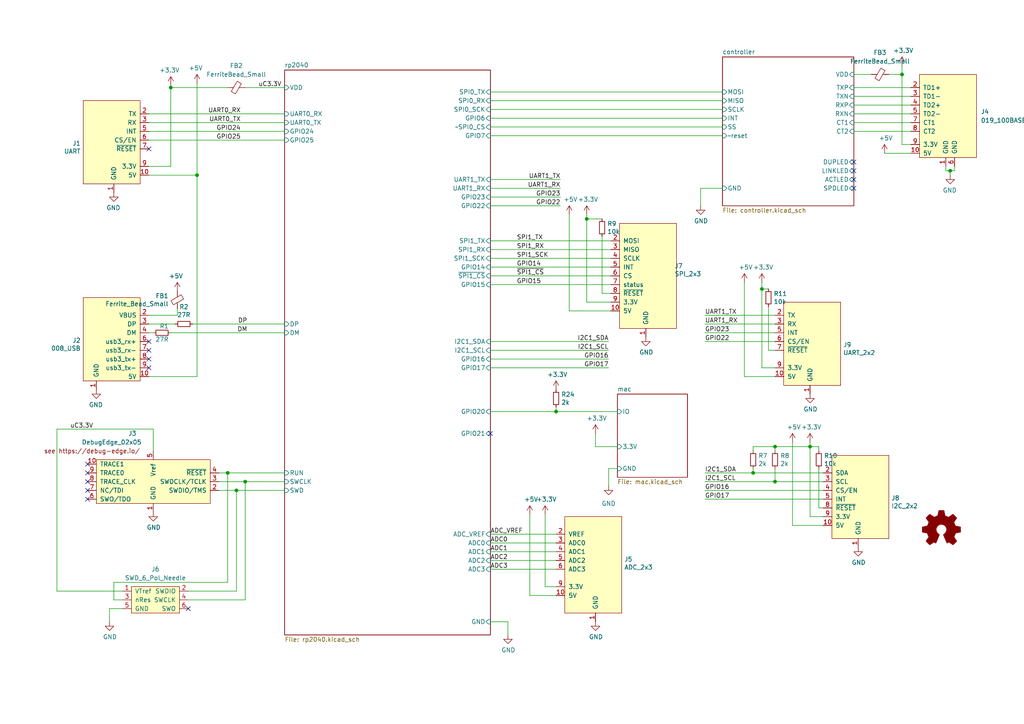
<source format=kicad_sch>
(kicad_sch (version 20211123) (generator eeschema)

  (uuid 57732dd3-1162-4c3f-88bd-31bf473d124d)

  (paper "A4")

  (lib_symbols
    (symbol "+3.3V_1" (power) (pin_names (offset 0)) (in_bom yes) (on_board yes)
      (property "Reference" "#PWR" (id 0) (at 0 -3.81 0)
        (effects (font (size 1.27 1.27)) hide)
      )
      (property "Value" "+3.3V_1" (id 1) (at 0 3.556 0)
        (effects (font (size 1.27 1.27)))
      )
      (property "Footprint" "" (id 2) (at 0 0 0)
        (effects (font (size 1.27 1.27)) hide)
      )
      (property "Datasheet" "" (id 3) (at 0 0 0)
        (effects (font (size 1.27 1.27)) hide)
      )
      (property "ki_keywords" "power-flag" (id 4) (at 0 0 0)
        (effects (font (size 1.27 1.27)) hide)
      )
      (property "ki_description" "Power symbol creates a global label with name \"+3.3V\"" (id 5) (at 0 0 0)
        (effects (font (size 1.27 1.27)) hide)
      )
      (symbol "+3.3V_1_0_1"
        (polyline
          (pts
            (xy -0.762 1.27)
            (xy 0 2.54)
          )
          (stroke (width 0) (type default) (color 0 0 0 0))
          (fill (type none))
        )
        (polyline
          (pts
            (xy 0 0)
            (xy 0 2.54)
          )
          (stroke (width 0) (type default) (color 0 0 0 0))
          (fill (type none))
        )
        (polyline
          (pts
            (xy 0 2.54)
            (xy 0.762 1.27)
          )
          (stroke (width 0) (type default) (color 0 0 0 0))
          (fill (type none))
        )
      )
      (symbol "+3.3V_1_1_1"
        (pin power_in line (at 0 0 90) (length 0) hide
          (name "+3.3V" (effects (font (size 1.27 1.27))))
          (number "1" (effects (font (size 1.27 1.27))))
        )
      )
    )
    (symbol "+3.3V_2" (power) (pin_names (offset 0)) (in_bom yes) (on_board yes)
      (property "Reference" "#PWR" (id 0) (at 0 -3.81 0)
        (effects (font (size 1.27 1.27)) hide)
      )
      (property "Value" "+3.3V_2" (id 1) (at 0 3.556 0)
        (effects (font (size 1.27 1.27)))
      )
      (property "Footprint" "" (id 2) (at 0 0 0)
        (effects (font (size 1.27 1.27)) hide)
      )
      (property "Datasheet" "" (id 3) (at 0 0 0)
        (effects (font (size 1.27 1.27)) hide)
      )
      (property "ki_keywords" "power-flag" (id 4) (at 0 0 0)
        (effects (font (size 1.27 1.27)) hide)
      )
      (property "ki_description" "Power symbol creates a global label with name \"+3.3V\"" (id 5) (at 0 0 0)
        (effects (font (size 1.27 1.27)) hide)
      )
      (symbol "+3.3V_2_0_1"
        (polyline
          (pts
            (xy -0.762 1.27)
            (xy 0 2.54)
          )
          (stroke (width 0) (type default) (color 0 0 0 0))
          (fill (type none))
        )
        (polyline
          (pts
            (xy 0 0)
            (xy 0 2.54)
          )
          (stroke (width 0) (type default) (color 0 0 0 0))
          (fill (type none))
        )
        (polyline
          (pts
            (xy 0 2.54)
            (xy 0.762 1.27)
          )
          (stroke (width 0) (type default) (color 0 0 0 0))
          (fill (type none))
        )
      )
      (symbol "+3.3V_2_1_1"
        (pin power_in line (at 0 0 90) (length 0) hide
          (name "+3.3V" (effects (font (size 1.27 1.27))))
          (number "1" (effects (font (size 1.27 1.27))))
        )
      )
    )
    (symbol "+3.3V_3" (power) (pin_names (offset 0)) (in_bom yes) (on_board yes)
      (property "Reference" "#PWR" (id 0) (at 0 -3.81 0)
        (effects (font (size 1.27 1.27)) hide)
      )
      (property "Value" "+3.3V_3" (id 1) (at 0 3.556 0)
        (effects (font (size 1.27 1.27)))
      )
      (property "Footprint" "" (id 2) (at 0 0 0)
        (effects (font (size 1.27 1.27)) hide)
      )
      (property "Datasheet" "" (id 3) (at 0 0 0)
        (effects (font (size 1.27 1.27)) hide)
      )
      (property "ki_keywords" "power-flag" (id 4) (at 0 0 0)
        (effects (font (size 1.27 1.27)) hide)
      )
      (property "ki_description" "Power symbol creates a global label with name \"+3.3V\"" (id 5) (at 0 0 0)
        (effects (font (size 1.27 1.27)) hide)
      )
      (symbol "+3.3V_3_0_1"
        (polyline
          (pts
            (xy -0.762 1.27)
            (xy 0 2.54)
          )
          (stroke (width 0) (type default) (color 0 0 0 0))
          (fill (type none))
        )
        (polyline
          (pts
            (xy 0 0)
            (xy 0 2.54)
          )
          (stroke (width 0) (type default) (color 0 0 0 0))
          (fill (type none))
        )
        (polyline
          (pts
            (xy 0 2.54)
            (xy 0.762 1.27)
          )
          (stroke (width 0) (type default) (color 0 0 0 0))
          (fill (type none))
        )
      )
      (symbol "+3.3V_3_1_1"
        (pin power_in line (at 0 0 90) (length 0) hide
          (name "+3.3V" (effects (font (size 1.27 1.27))))
          (number "1" (effects (font (size 1.27 1.27))))
        )
      )
    )
    (symbol "+3.3V_6" (power) (pin_names (offset 0)) (in_bom yes) (on_board yes)
      (property "Reference" "#PWR" (id 0) (at 0 -3.81 0)
        (effects (font (size 1.27 1.27)) hide)
      )
      (property "Value" "+3.3V_6" (id 1) (at 0 3.556 0)
        (effects (font (size 1.27 1.27)))
      )
      (property "Footprint" "" (id 2) (at 0 0 0)
        (effects (font (size 1.27 1.27)) hide)
      )
      (property "Datasheet" "" (id 3) (at 0 0 0)
        (effects (font (size 1.27 1.27)) hide)
      )
      (property "ki_keywords" "power-flag" (id 4) (at 0 0 0)
        (effects (font (size 1.27 1.27)) hide)
      )
      (property "ki_description" "Power symbol creates a global label with name \"+3.3V\"" (id 5) (at 0 0 0)
        (effects (font (size 1.27 1.27)) hide)
      )
      (symbol "+3.3V_6_0_1"
        (polyline
          (pts
            (xy -0.762 1.27)
            (xy 0 2.54)
          )
          (stroke (width 0) (type default) (color 0 0 0 0))
          (fill (type none))
        )
        (polyline
          (pts
            (xy 0 0)
            (xy 0 2.54)
          )
          (stroke (width 0) (type default) (color 0 0 0 0))
          (fill (type none))
        )
        (polyline
          (pts
            (xy 0 2.54)
            (xy 0.762 1.27)
          )
          (stroke (width 0) (type default) (color 0 0 0 0))
          (fill (type none))
        )
      )
      (symbol "+3.3V_6_1_1"
        (pin power_in line (at 0 0 90) (length 0) hide
          (name "+3.3V" (effects (font (size 1.27 1.27))))
          (number "1" (effects (font (size 1.27 1.27))))
        )
      )
    )
    (symbol "+3.3V_7" (power) (pin_names (offset 0)) (in_bom yes) (on_board yes)
      (property "Reference" "#PWR" (id 0) (at 0 -3.81 0)
        (effects (font (size 1.27 1.27)) hide)
      )
      (property "Value" "+3.3V_7" (id 1) (at 0 3.556 0)
        (effects (font (size 1.27 1.27)))
      )
      (property "Footprint" "" (id 2) (at 0 0 0)
        (effects (font (size 1.27 1.27)) hide)
      )
      (property "Datasheet" "" (id 3) (at 0 0 0)
        (effects (font (size 1.27 1.27)) hide)
      )
      (property "ki_keywords" "power-flag" (id 4) (at 0 0 0)
        (effects (font (size 1.27 1.27)) hide)
      )
      (property "ki_description" "Power symbol creates a global label with name \"+3.3V\"" (id 5) (at 0 0 0)
        (effects (font (size 1.27 1.27)) hide)
      )
      (symbol "+3.3V_7_0_1"
        (polyline
          (pts
            (xy -0.762 1.27)
            (xy 0 2.54)
          )
          (stroke (width 0) (type default) (color 0 0 0 0))
          (fill (type none))
        )
        (polyline
          (pts
            (xy 0 0)
            (xy 0 2.54)
          )
          (stroke (width 0) (type default) (color 0 0 0 0))
          (fill (type none))
        )
        (polyline
          (pts
            (xy 0 2.54)
            (xy 0.762 1.27)
          )
          (stroke (width 0) (type default) (color 0 0 0 0))
          (fill (type none))
        )
      )
      (symbol "+3.3V_7_1_1"
        (pin power_in line (at 0 0 90) (length 0) hide
          (name "+3.3V" (effects (font (size 1.27 1.27))))
          (number "1" (effects (font (size 1.27 1.27))))
        )
      )
    )
    (symbol "+3.3V_8" (power) (pin_names (offset 0)) (in_bom yes) (on_board yes)
      (property "Reference" "#PWR" (id 0) (at 0 -3.81 0)
        (effects (font (size 1.27 1.27)) hide)
      )
      (property "Value" "+3.3V_8" (id 1) (at 0 3.556 0)
        (effects (font (size 1.27 1.27)))
      )
      (property "Footprint" "" (id 2) (at 0 0 0)
        (effects (font (size 1.27 1.27)) hide)
      )
      (property "Datasheet" "" (id 3) (at 0 0 0)
        (effects (font (size 1.27 1.27)) hide)
      )
      (property "ki_keywords" "power-flag" (id 4) (at 0 0 0)
        (effects (font (size 1.27 1.27)) hide)
      )
      (property "ki_description" "Power symbol creates a global label with name \"+3.3V\"" (id 5) (at 0 0 0)
        (effects (font (size 1.27 1.27)) hide)
      )
      (symbol "+3.3V_8_0_1"
        (polyline
          (pts
            (xy -0.762 1.27)
            (xy 0 2.54)
          )
          (stroke (width 0) (type default) (color 0 0 0 0))
          (fill (type none))
        )
        (polyline
          (pts
            (xy 0 0)
            (xy 0 2.54)
          )
          (stroke (width 0) (type default) (color 0 0 0 0))
          (fill (type none))
        )
        (polyline
          (pts
            (xy 0 2.54)
            (xy 0.762 1.27)
          )
          (stroke (width 0) (type default) (color 0 0 0 0))
          (fill (type none))
        )
      )
      (symbol "+3.3V_8_1_1"
        (pin power_in line (at 0 0 90) (length 0) hide
          (name "+3.3V" (effects (font (size 1.27 1.27))))
          (number "1" (effects (font (size 1.27 1.27))))
        )
      )
    )
    (symbol "+3.3V_9" (power) (pin_names (offset 0)) (in_bom yes) (on_board yes)
      (property "Reference" "#PWR" (id 0) (at 0 -3.81 0)
        (effects (font (size 1.27 1.27)) hide)
      )
      (property "Value" "+3.3V_9" (id 1) (at 0 3.556 0)
        (effects (font (size 1.27 1.27)))
      )
      (property "Footprint" "" (id 2) (at 0 0 0)
        (effects (font (size 1.27 1.27)) hide)
      )
      (property "Datasheet" "" (id 3) (at 0 0 0)
        (effects (font (size 1.27 1.27)) hide)
      )
      (property "ki_keywords" "power-flag" (id 4) (at 0 0 0)
        (effects (font (size 1.27 1.27)) hide)
      )
      (property "ki_description" "Power symbol creates a global label with name \"+3.3V\"" (id 5) (at 0 0 0)
        (effects (font (size 1.27 1.27)) hide)
      )
      (symbol "+3.3V_9_0_1"
        (polyline
          (pts
            (xy -0.762 1.27)
            (xy 0 2.54)
          )
          (stroke (width 0) (type default) (color 0 0 0 0))
          (fill (type none))
        )
        (polyline
          (pts
            (xy 0 0)
            (xy 0 2.54)
          )
          (stroke (width 0) (type default) (color 0 0 0 0))
          (fill (type none))
        )
        (polyline
          (pts
            (xy 0 2.54)
            (xy 0.762 1.27)
          )
          (stroke (width 0) (type default) (color 0 0 0 0))
          (fill (type none))
        )
      )
      (symbol "+3.3V_9_1_1"
        (pin power_in line (at 0 0 90) (length 0) hide
          (name "+3.3V" (effects (font (size 1.27 1.27))))
          (number "1" (effects (font (size 1.27 1.27))))
        )
      )
    )
    (symbol "Device:FerriteBead_Small" (pin_numbers hide) (pin_names (offset 0)) (in_bom yes) (on_board yes)
      (property "Reference" "FB" (id 0) (at 1.905 1.27 0)
        (effects (font (size 1.27 1.27)) (justify left))
      )
      (property "Value" "FerriteBead_Small" (id 1) (at 1.905 -1.27 0)
        (effects (font (size 1.27 1.27)) (justify left))
      )
      (property "Footprint" "" (id 2) (at -1.778 0 90)
        (effects (font (size 1.27 1.27)) hide)
      )
      (property "Datasheet" "~" (id 3) (at 0 0 0)
        (effects (font (size 1.27 1.27)) hide)
      )
      (property "ki_keywords" "L ferrite bead inductor filter" (id 4) (at 0 0 0)
        (effects (font (size 1.27 1.27)) hide)
      )
      (property "ki_description" "Ferrite bead, small symbol" (id 5) (at 0 0 0)
        (effects (font (size 1.27 1.27)) hide)
      )
      (property "ki_fp_filters" "Inductor_* L_* *Ferrite*" (id 6) (at 0 0 0)
        (effects (font (size 1.27 1.27)) hide)
      )
      (symbol "FerriteBead_Small_0_1"
        (polyline
          (pts
            (xy 0 -1.27)
            (xy 0 -0.7874)
          )
          (stroke (width 0) (type default) (color 0 0 0 0))
          (fill (type none))
        )
        (polyline
          (pts
            (xy 0 0.889)
            (xy 0 1.2954)
          )
          (stroke (width 0) (type default) (color 0 0 0 0))
          (fill (type none))
        )
        (polyline
          (pts
            (xy -1.8288 0.2794)
            (xy -1.1176 1.4986)
            (xy 1.8288 -0.2032)
            (xy 1.1176 -1.4224)
            (xy -1.8288 0.2794)
          )
          (stroke (width 0) (type default) (color 0 0 0 0))
          (fill (type none))
        )
      )
      (symbol "FerriteBead_Small_1_1"
        (pin passive line (at 0 2.54 270) (length 1.27)
          (name "~" (effects (font (size 1.27 1.27))))
          (number "1" (effects (font (size 1.27 1.27))))
        )
        (pin passive line (at 0 -2.54 90) (length 1.27)
          (name "~" (effects (font (size 1.27 1.27))))
          (number "2" (effects (font (size 1.27 1.27))))
        )
      )
    )
    (symbol "Device:R_Small" (pin_numbers hide) (pin_names (offset 0.254) hide) (in_bom yes) (on_board yes)
      (property "Reference" "R" (id 0) (at 0.762 0.508 0)
        (effects (font (size 1.27 1.27)) (justify left))
      )
      (property "Value" "R_Small" (id 1) (at 0.762 -1.016 0)
        (effects (font (size 1.27 1.27)) (justify left))
      )
      (property "Footprint" "" (id 2) (at 0 0 0)
        (effects (font (size 1.27 1.27)) hide)
      )
      (property "Datasheet" "~" (id 3) (at 0 0 0)
        (effects (font (size 1.27 1.27)) hide)
      )
      (property "ki_keywords" "R resistor" (id 4) (at 0 0 0)
        (effects (font (size 1.27 1.27)) hide)
      )
      (property "ki_description" "Resistor, small symbol" (id 5) (at 0 0 0)
        (effects (font (size 1.27 1.27)) hide)
      )
      (property "ki_fp_filters" "R_*" (id 6) (at 0 0 0)
        (effects (font (size 1.27 1.27)) hide)
      )
      (symbol "R_Small_0_1"
        (rectangle (start -0.762 1.778) (end 0.762 -1.778)
          (stroke (width 0.2032) (type default) (color 0 0 0 0))
          (fill (type none))
        )
      )
      (symbol "R_Small_1_1"
        (pin passive line (at 0 2.54 270) (length 0.762)
          (name "~" (effects (font (size 1.27 1.27))))
          (number "1" (effects (font (size 1.27 1.27))))
        )
        (pin passive line (at 0 -2.54 90) (length 0.762)
          (name "~" (effects (font (size 1.27 1.27))))
          (number "2" (effects (font (size 1.27 1.27))))
        )
      )
    )
    (symbol "Graphic:Logo_Open_Hardware_Small" (pin_names (offset 1.016)) (in_bom yes) (on_board yes)
      (property "Reference" "#LOGO" (id 0) (at 0 6.985 0)
        (effects (font (size 1.27 1.27)) hide)
      )
      (property "Value" "Logo_Open_Hardware_Small" (id 1) (at 0 -5.715 0)
        (effects (font (size 1.27 1.27)) hide)
      )
      (property "Footprint" "" (id 2) (at 0 0 0)
        (effects (font (size 1.27 1.27)) hide)
      )
      (property "Datasheet" "~" (id 3) (at 0 0 0)
        (effects (font (size 1.27 1.27)) hide)
      )
      (property "ki_keywords" "Logo" (id 4) (at 0 0 0)
        (effects (font (size 1.27 1.27)) hide)
      )
      (property "ki_description" "Open Hardware logo, small" (id 5) (at 0 0 0)
        (effects (font (size 1.27 1.27)) hide)
      )
      (symbol "Logo_Open_Hardware_Small_0_1"
        (polyline
          (pts
            (xy 3.3528 -4.3434)
            (xy 3.302 -4.318)
            (xy 3.175 -4.2418)
            (xy 2.9972 -4.1148)
            (xy 2.7686 -3.9624)
            (xy 2.54 -3.81)
            (xy 2.3622 -3.7084)
            (xy 2.2352 -3.6068)
            (xy 2.1844 -3.5814)
            (xy 2.159 -3.6068)
            (xy 2.0574 -3.6576)
            (xy 1.905 -3.7338)
            (xy 1.8034 -3.7846)
            (xy 1.6764 -3.8354)
            (xy 1.6002 -3.8354)
            (xy 1.6002 -3.8354)
            (xy 1.5494 -3.7338)
            (xy 1.4732 -3.5306)
            (xy 1.3462 -3.302)
            (xy 1.2446 -3.0226)
            (xy 1.1176 -2.7178)
            (xy 0.9652 -2.413)
            (xy 0.8636 -2.1082)
            (xy 0.7366 -1.8288)
            (xy 0.6604 -1.6256)
            (xy 0.6096 -1.4732)
            (xy 0.5842 -1.397)
            (xy 0.5842 -1.397)
            (xy 0.6604 -1.3208)
            (xy 0.7874 -1.2446)
            (xy 1.0414 -1.016)
            (xy 1.2954 -0.6858)
            (xy 1.4478 -0.3302)
            (xy 1.524 0.0762)
            (xy 1.4732 0.4572)
            (xy 1.3208 0.8128)
            (xy 1.0668 1.143)
            (xy 0.762 1.3716)
            (xy 0.4064 1.524)
            (xy 0 1.5748)
            (xy -0.381 1.5494)
            (xy -0.7366 1.397)
            (xy -1.0668 1.143)
            (xy -1.2192 0.9906)
            (xy -1.397 0.6604)
            (xy -1.524 0.3048)
            (xy -1.524 0.2286)
            (xy -1.4986 -0.1778)
            (xy -1.397 -0.5334)
            (xy -1.1938 -0.8636)
            (xy -0.9144 -1.143)
            (xy -0.8636 -1.1684)
            (xy -0.7366 -1.27)
            (xy -0.635 -1.3462)
            (xy -0.5842 -1.397)
            (xy -1.0668 -2.5908)
            (xy -1.143 -2.794)
            (xy -1.2954 -3.1242)
            (xy -1.397 -3.4036)
            (xy -1.4986 -3.6322)
            (xy -1.5748 -3.7846)
            (xy -1.6002 -3.8354)
            (xy -1.6002 -3.8354)
            (xy -1.651 -3.8354)
            (xy -1.7272 -3.81)
            (xy -1.905 -3.7338)
            (xy -2.0066 -3.683)
            (xy -2.1336 -3.6068)
            (xy -2.2098 -3.5814)
            (xy -2.2606 -3.6068)
            (xy -2.3622 -3.683)
            (xy -2.54 -3.81)
            (xy -2.7686 -3.9624)
            (xy -2.9718 -4.0894)
            (xy -3.1496 -4.2164)
            (xy -3.302 -4.318)
            (xy -3.3528 -4.3434)
            (xy -3.3782 -4.3434)
            (xy -3.429 -4.318)
            (xy -3.5306 -4.2164)
            (xy -3.7084 -4.064)
            (xy -3.937 -3.8354)
            (xy -3.9624 -3.81)
            (xy -4.1656 -3.6068)
            (xy -4.318 -3.4544)
            (xy -4.4196 -3.3274)
            (xy -4.445 -3.2766)
            (xy -4.445 -3.2766)
            (xy -4.4196 -3.2258)
            (xy -4.318 -3.0734)
            (xy -4.2164 -2.8956)
            (xy -4.064 -2.667)
            (xy -3.6576 -2.0828)
            (xy -3.8862 -1.5494)
            (xy -3.937 -1.3716)
            (xy -4.0386 -1.1684)
            (xy -4.0894 -1.0414)
            (xy -4.1148 -0.9652)
            (xy -4.191 -0.9398)
            (xy -4.318 -0.9144)
            (xy -4.5466 -0.8636)
            (xy -4.8006 -0.8128)
            (xy -5.0546 -0.7874)
            (xy -5.2578 -0.7366)
            (xy -5.4356 -0.7112)
            (xy -5.5118 -0.6858)
            (xy -5.5118 -0.6858)
            (xy -5.5372 -0.635)
            (xy -5.5372 -0.5588)
            (xy -5.5372 -0.4318)
            (xy -5.5626 -0.2286)
            (xy -5.5626 0.0762)
            (xy -5.5626 0.127)
            (xy -5.5372 0.4064)
            (xy -5.5372 0.635)
            (xy -5.5372 0.762)
            (xy -5.5372 0.8382)
            (xy -5.5372 0.8382)
            (xy -5.461 0.8382)
            (xy -5.3086 0.889)
            (xy -5.08 0.9144)
            (xy -4.826 0.9652)
            (xy -4.8006 0.9906)
            (xy -4.5466 1.0414)
            (xy -4.318 1.0668)
            (xy -4.1656 1.1176)
            (xy -4.0894 1.143)
            (xy -4.0894 1.143)
            (xy -4.0386 1.2446)
            (xy -3.9624 1.4224)
            (xy -3.8608 1.6256)
            (xy -3.7846 1.8288)
            (xy -3.7084 2.0066)
            (xy -3.6576 2.159)
            (xy -3.6322 2.2098)
            (xy -3.6322 2.2098)
            (xy -3.683 2.286)
            (xy -3.7592 2.413)
            (xy -3.8862 2.5908)
            (xy -4.064 2.8194)
            (xy -4.064 2.8448)
            (xy -4.2164 3.0734)
            (xy -4.3434 3.2512)
            (xy -4.4196 3.3782)
            (xy -4.445 3.4544)
            (xy -4.445 3.4544)
            (xy -4.3942 3.5052)
            (xy -4.2926 3.6322)
            (xy -4.1148 3.81)
            (xy -3.937 4.0132)
            (xy -3.8608 4.064)
            (xy -3.6576 4.2926)
            (xy -3.5052 4.4196)
            (xy -3.4036 4.4958)
            (xy -3.3528 4.5212)
            (xy -3.3528 4.5212)
            (xy -3.302 4.4704)
            (xy -3.1496 4.3688)
            (xy -2.9718 4.2418)
            (xy -2.7432 4.0894)
            (xy -2.7178 4.0894)
            (xy -2.4892 3.937)
            (xy -2.3114 3.81)
            (xy -2.1844 3.7084)
            (xy -2.1336 3.683)
            (xy -2.1082 3.683)
            (xy -2.032 3.7084)
            (xy -1.8542 3.7592)
            (xy -1.6764 3.8354)
            (xy -1.4732 3.937)
            (xy -1.27 4.0132)
            (xy -1.143 4.064)
            (xy -1.0668 4.1148)
            (xy -1.0668 4.1148)
            (xy -1.0414 4.191)
            (xy -1.016 4.3434)
            (xy -0.9652 4.572)
            (xy -0.9144 4.8514)
            (xy -0.889 4.9022)
            (xy -0.8382 5.1562)
            (xy -0.8128 5.3848)
            (xy -0.7874 5.5372)
            (xy -0.762 5.588)
            (xy -0.7112 5.6134)
            (xy -0.5842 5.6134)
            (xy -0.4064 5.6134)
            (xy -0.1524 5.6134)
            (xy 0.0762 5.6134)
            (xy 0.3302 5.6134)
            (xy 0.5334 5.6134)
            (xy 0.6858 5.588)
            (xy 0.7366 5.588)
            (xy 0.7366 5.588)
            (xy 0.762 5.5118)
            (xy 0.8128 5.334)
            (xy 0.8382 5.1054)
            (xy 0.9144 4.826)
            (xy 0.9144 4.7752)
            (xy 0.9652 4.5212)
            (xy 1.016 4.2926)
            (xy 1.0414 4.1402)
            (xy 1.0668 4.0894)
            (xy 1.0668 4.0894)
            (xy 1.1938 4.0386)
            (xy 1.3716 3.9624)
            (xy 1.5748 3.8608)
            (xy 2.0828 3.6576)
            (xy 2.7178 4.0894)
            (xy 2.7686 4.1402)
            (xy 2.9972 4.2926)
            (xy 3.175 4.4196)
            (xy 3.302 4.4958)
            (xy 3.3782 4.5212)
            (xy 3.3782 4.5212)
            (xy 3.429 4.4704)
            (xy 3.556 4.3434)
            (xy 3.7338 4.191)
            (xy 3.9116 3.9878)
            (xy 4.064 3.8354)
            (xy 4.2418 3.6576)
            (xy 4.3434 3.556)
            (xy 4.4196 3.4798)
            (xy 4.4196 3.429)
            (xy 4.4196 3.4036)
            (xy 4.3942 3.3274)
            (xy 4.2926 3.2004)
            (xy 4.1656 2.9972)
            (xy 4.0132 2.794)
            (xy 3.8862 2.5908)
            (xy 3.7592 2.3876)
            (xy 3.6576 2.2352)
            (xy 3.6322 2.159)
            (xy 3.6322 2.1336)
            (xy 3.683 2.0066)
            (xy 3.7592 1.8288)
            (xy 3.8608 1.6002)
            (xy 4.064 1.1176)
            (xy 4.3942 1.0414)
            (xy 4.5974 1.016)
            (xy 4.8768 0.9652)
            (xy 5.1308 0.9144)
            (xy 5.5372 0.8382)
            (xy 5.5626 -0.6604)
            (xy 5.4864 -0.6858)
            (xy 5.4356 -0.6858)
            (xy 5.2832 -0.7366)
            (xy 5.0546 -0.762)
            (xy 4.8006 -0.8128)
            (xy 4.5974 -0.8636)
            (xy 4.3688 -0.9144)
            (xy 4.2164 -0.9398)
            (xy 4.1402 -0.9398)
            (xy 4.1148 -0.9652)
            (xy 4.064 -1.0668)
            (xy 3.9878 -1.2446)
            (xy 3.9116 -1.4478)
            (xy 3.81 -1.651)
            (xy 3.7338 -1.8542)
            (xy 3.683 -2.0066)
            (xy 3.6576 -2.0828)
            (xy 3.683 -2.1336)
            (xy 3.7846 -2.2606)
            (xy 3.8862 -2.4638)
            (xy 4.0386 -2.667)
            (xy 4.191 -2.8956)
            (xy 4.318 -3.0734)
            (xy 4.3942 -3.2004)
            (xy 4.445 -3.2766)
            (xy 4.4196 -3.3274)
            (xy 4.3434 -3.429)
            (xy 4.1656 -3.5814)
            (xy 3.937 -3.8354)
            (xy 3.8862 -3.8608)
            (xy 3.683 -4.064)
            (xy 3.5306 -4.2164)
            (xy 3.4036 -4.318)
            (xy 3.3528 -4.3434)
          )
          (stroke (width 0) (type default) (color 0 0 0 0))
          (fill (type outline))
        )
      )
    )
    (symbol "c001:SWD_6_Pol_Needle" (pin_names (offset 1.016)) (in_bom yes) (on_board yes)
      (property "Reference" "J1" (id 0) (at 0.635 8.255 0)
        (effects (font (size 1.27 1.27)))
      )
      (property "Value" "SWD_6_Pol_Needle" (id 1) (at 0.635 5.9436 0)
        (effects (font (size 1.27 1.27)))
      )
      (property "Footprint" "AI-footprints:SWD6pol" (id 2) (at 0 0 0)
        (effects (font (size 1.27 1.27)) hide)
      )
      (property "Datasheet" "https://www.segger.com/fileadmin/images/products/J-Link/Accessory/Adapters/J-Link-6-Pin-Adapter-Pinout.png" (id 3) (at 0 0 0)
        (effects (font (size 1.27 1.27)) hide)
      )
      (symbol "SWD_6_Pol_Needle_0_1"
        (rectangle (start -6.35 3.81) (end 7.62 -3.81)
          (stroke (width 0) (type default) (color 0 0 0 0))
          (fill (type background))
        )
      )
      (symbol "SWD_6_Pol_Needle_1_1"
        (pin input line (at -8.89 2.54 0) (length 2.54)
          (name "VTref" (effects (font (size 1.27 1.27))))
          (number "1" (effects (font (size 1.27 1.27))))
        )
        (pin bidirectional line (at 10.16 2.54 180) (length 2.54)
          (name "SWDIO" (effects (font (size 1.27 1.27))))
          (number "2" (effects (font (size 1.27 1.27))))
        )
        (pin open_collector line (at -8.89 0 0) (length 2.54)
          (name "nRes" (effects (font (size 1.27 1.27))))
          (number "3" (effects (font (size 1.27 1.27))))
        )
        (pin bidirectional line (at 10.16 0 180) (length 2.54)
          (name "SWCLK" (effects (font (size 1.27 1.27))))
          (number "4" (effects (font (size 1.27 1.27))))
        )
        (pin power_out line (at -8.89 -2.54 0) (length 2.54)
          (name "GND" (effects (font (size 1.27 1.27))))
          (number "5" (effects (font (size 1.27 1.27))))
        )
        (pin bidirectional line (at 10.16 -2.54 180) (length 2.54)
          (name "SWO" (effects (font (size 1.27 1.27))))
          (number "6" (effects (font (size 1.27 1.27))))
        )
      )
    )
    (symbol "power:+3.3V" (power) (pin_names (offset 0)) (in_bom yes) (on_board yes)
      (property "Reference" "#PWR" (id 0) (at 0 -3.81 0)
        (effects (font (size 1.27 1.27)) hide)
      )
      (property "Value" "+3.3V" (id 1) (at 0 3.556 0)
        (effects (font (size 1.27 1.27)))
      )
      (property "Footprint" "" (id 2) (at 0 0 0)
        (effects (font (size 1.27 1.27)) hide)
      )
      (property "Datasheet" "" (id 3) (at 0 0 0)
        (effects (font (size 1.27 1.27)) hide)
      )
      (property "ki_keywords" "power-flag" (id 4) (at 0 0 0)
        (effects (font (size 1.27 1.27)) hide)
      )
      (property "ki_description" "Power symbol creates a global label with name \"+3.3V\"" (id 5) (at 0 0 0)
        (effects (font (size 1.27 1.27)) hide)
      )
      (symbol "+3.3V_0_1"
        (polyline
          (pts
            (xy -0.762 1.27)
            (xy 0 2.54)
          )
          (stroke (width 0) (type default) (color 0 0 0 0))
          (fill (type none))
        )
        (polyline
          (pts
            (xy 0 0)
            (xy 0 2.54)
          )
          (stroke (width 0) (type default) (color 0 0 0 0))
          (fill (type none))
        )
        (polyline
          (pts
            (xy 0 2.54)
            (xy 0.762 1.27)
          )
          (stroke (width 0) (type default) (color 0 0 0 0))
          (fill (type none))
        )
      )
      (symbol "+3.3V_1_1"
        (pin power_in line (at 0 0 90) (length 0) hide
          (name "+3.3V" (effects (font (size 1.27 1.27))))
          (number "1" (effects (font (size 1.27 1.27))))
        )
      )
    )
    (symbol "power:+5V" (power) (pin_names (offset 0)) (in_bom yes) (on_board yes)
      (property "Reference" "#PWR" (id 0) (at 0 -3.81 0)
        (effects (font (size 1.27 1.27)) hide)
      )
      (property "Value" "+5V" (id 1) (at 0 3.556 0)
        (effects (font (size 1.27 1.27)))
      )
      (property "Footprint" "" (id 2) (at 0 0 0)
        (effects (font (size 1.27 1.27)) hide)
      )
      (property "Datasheet" "" (id 3) (at 0 0 0)
        (effects (font (size 1.27 1.27)) hide)
      )
      (property "ki_keywords" "power-flag" (id 4) (at 0 0 0)
        (effects (font (size 1.27 1.27)) hide)
      )
      (property "ki_description" "Power symbol creates a global label with name \"+5V\"" (id 5) (at 0 0 0)
        (effects (font (size 1.27 1.27)) hide)
      )
      (symbol "+5V_0_1"
        (polyline
          (pts
            (xy -0.762 1.27)
            (xy 0 2.54)
          )
          (stroke (width 0) (type default) (color 0 0 0 0))
          (fill (type none))
        )
        (polyline
          (pts
            (xy 0 0)
            (xy 0 2.54)
          )
          (stroke (width 0) (type default) (color 0 0 0 0))
          (fill (type none))
        )
        (polyline
          (pts
            (xy 0 2.54)
            (xy 0.762 1.27)
          )
          (stroke (width 0) (type default) (color 0 0 0 0))
          (fill (type none))
        )
      )
      (symbol "+5V_1_1"
        (pin power_in line (at 0 0 90) (length 0) hide
          (name "+5V" (effects (font (size 1.27 1.27))))
          (number "1" (effects (font (size 1.27 1.27))))
        )
      )
    )
    (symbol "power:GND" (power) (pin_names (offset 0)) (in_bom yes) (on_board yes)
      (property "Reference" "#PWR" (id 0) (at 0 -6.35 0)
        (effects (font (size 1.27 1.27)) hide)
      )
      (property "Value" "GND" (id 1) (at 0 -3.81 0)
        (effects (font (size 1.27 1.27)))
      )
      (property "Footprint" "" (id 2) (at 0 0 0)
        (effects (font (size 1.27 1.27)) hide)
      )
      (property "Datasheet" "" (id 3) (at 0 0 0)
        (effects (font (size 1.27 1.27)) hide)
      )
      (property "ki_keywords" "power-flag" (id 4) (at 0 0 0)
        (effects (font (size 1.27 1.27)) hide)
      )
      (property "ki_description" "Power symbol creates a global label with name \"GND\" , ground" (id 5) (at 0 0 0)
        (effects (font (size 1.27 1.27)) hide)
      )
      (symbol "GND_0_1"
        (polyline
          (pts
            (xy 0 0)
            (xy 0 -1.27)
            (xy 1.27 -1.27)
            (xy 0 -2.54)
            (xy -1.27 -1.27)
            (xy 0 -1.27)
          )
          (stroke (width 0) (type default) (color 0 0 0 0))
          (fill (type none))
        )
      )
      (symbol "GND_1_1"
        (pin power_in line (at 0 0 270) (length 0) hide
          (name "GND" (effects (font (size 1.27 1.27))))
          (number "1" (effects (font (size 1.27 1.27))))
        )
      )
    )
    (symbol "put_on_edge:001_I2C" (pin_names (offset 1.016)) (in_bom yes) (on_board yes)
      (property "Reference" "J" (id 0) (at -2.54 13.97 0)
        (effects (font (size 1.27 1.27)))
      )
      (property "Value" "001_I2C" (id 1) (at 8.89 13.97 0)
        (effects (font (size 1.27 1.27)))
      )
      (property "Footprint" "" (id 2) (at 7.62 16.51 0)
        (effects (font (size 1.27 1.27)) hide)
      )
      (property "Datasheet" "" (id 3) (at 7.62 16.51 0)
        (effects (font (size 1.27 1.27)) hide)
      )
      (symbol "001_I2C_0_1"
        (rectangle (start -8.89 12.7) (end 7.62 -11.43)
          (stroke (width 0) (type default) (color 0 0 0 0))
          (fill (type background))
        )
      )
      (symbol "001_I2C_1_1"
        (pin power_in line (at -1.27 -13.97 90) (length 2.54)
          (name "GND" (effects (font (size 1.27 1.27))))
          (number "1" (effects (font (size 1.27 1.27))))
        )
        (pin power_in line (at -11.43 -7.62 0) (length 2.54)
          (name "5V" (effects (font (size 1.27 1.27))))
          (number "10" (effects (font (size 1.27 1.27))))
        )
        (pin bidirectional line (at -11.43 7.62 0) (length 2.54)
          (name "SDA" (effects (font (size 1.27 1.27))))
          (number "2" (effects (font (size 1.27 1.27))))
        )
        (pin bidirectional line (at -11.43 5.08 0) (length 2.54)
          (name "SCL" (effects (font (size 1.27 1.27))))
          (number "3" (effects (font (size 1.27 1.27))))
        )
        (pin bidirectional line (at -11.43 2.54 0) (length 2.54)
          (name "CS/EN" (effects (font (size 1.27 1.27))))
          (number "4" (effects (font (size 1.27 1.27))))
        )
        (pin bidirectional line (at -11.43 0 0) (length 2.54)
          (name "INT" (effects (font (size 1.27 1.27))))
          (number "5" (effects (font (size 1.27 1.27))))
        )
        (pin bidirectional line (at -11.43 -2.54 0) (length 2.54)
          (name "~{RESET}" (effects (font (size 1.27 1.27))))
          (number "8" (effects (font (size 1.27 1.27))))
        )
        (pin power_in line (at -11.43 -5.08 0) (length 2.54)
          (name "3.3V" (effects (font (size 1.27 1.27))))
          (number "9" (effects (font (size 1.27 1.27))))
        )
      )
    )
    (symbol "put_on_edge:002_SPI" (pin_names (offset 1.016)) (in_bom yes) (on_board yes)
      (property "Reference" "J" (id 0) (at -1.27 13.97 0)
        (effects (font (size 1.27 1.27)))
      )
      (property "Value" "002_SPI" (id 1) (at 10.16 13.97 0)
        (effects (font (size 1.27 1.27)))
      )
      (property "Footprint" "" (id 2) (at 8.89 16.51 0)
        (effects (font (size 1.27 1.27)) hide)
      )
      (property "Datasheet" "" (id 3) (at 8.89 16.51 0)
        (effects (font (size 1.27 1.27)) hide)
      )
      (symbol "002_SPI_0_1"
        (rectangle (start -7.62 12.7) (end 8.89 -17.78)
          (stroke (width 0) (type default) (color 0 0 0 0))
          (fill (type background))
        )
      )
      (symbol "002_SPI_1_1"
        (pin power_in line (at 0 -20.32 90) (length 2.54)
          (name "GND" (effects (font (size 1.27 1.27))))
          (number "1" (effects (font (size 1.27 1.27))))
        )
        (pin power_in line (at -10.16 -12.7 0) (length 2.54)
          (name "5V" (effects (font (size 1.27 1.27))))
          (number "10" (effects (font (size 1.27 1.27))))
        )
        (pin bidirectional line (at -10.16 7.62 0) (length 2.54)
          (name "MOSI" (effects (font (size 1.27 1.27))))
          (number "2" (effects (font (size 1.27 1.27))))
        )
        (pin bidirectional line (at -10.16 5.08 0) (length 2.54)
          (name "MISO" (effects (font (size 1.27 1.27))))
          (number "3" (effects (font (size 1.27 1.27))))
        )
        (pin bidirectional line (at -10.16 2.54 0) (length 2.54)
          (name "SCLK" (effects (font (size 1.27 1.27))))
          (number "4" (effects (font (size 1.27 1.27))))
        )
        (pin bidirectional line (at -10.16 0 0) (length 2.54)
          (name "INT" (effects (font (size 1.27 1.27))))
          (number "5" (effects (font (size 1.27 1.27))))
        )
        (pin bidirectional line (at -10.16 -2.54 0) (length 2.54)
          (name "CS" (effects (font (size 1.27 1.27))))
          (number "6" (effects (font (size 1.27 1.27))))
        )
        (pin bidirectional line (at -10.16 -5.08 0) (length 2.54)
          (name "status" (effects (font (size 1.27 1.27))))
          (number "7" (effects (font (size 1.27 1.27))))
        )
        (pin bidirectional line (at -10.16 -7.62 0) (length 2.54)
          (name "~{RESET}" (effects (font (size 1.27 1.27))))
          (number "8" (effects (font (size 1.27 1.27))))
        )
        (pin power_in line (at -10.16 -10.16 0) (length 2.54)
          (name "3.3V" (effects (font (size 1.27 1.27))))
          (number "9" (effects (font (size 1.27 1.27))))
        )
      )
    )
    (symbol "put_on_edge:007_ADC" (pin_names (offset 1.016)) (in_bom yes) (on_board yes)
      (property "Reference" "J" (id 0) (at -2.54 13.97 0)
        (effects (font (size 1.27 1.27)))
      )
      (property "Value" "007_ADC" (id 1) (at 8.89 13.97 0)
        (effects (font (size 1.27 1.27)))
      )
      (property "Footprint" "" (id 2) (at 7.62 16.51 0)
        (effects (font (size 1.27 1.27)) hide)
      )
      (property "Datasheet" "" (id 3) (at 7.62 16.51 0)
        (effects (font (size 1.27 1.27)) hide)
      )
      (symbol "007_ADC_0_1"
        (rectangle (start -8.89 12.7) (end 7.62 -15.24)
          (stroke (width 0) (type default) (color 0 0 0 0))
          (fill (type background))
        )
      )
      (symbol "007_ADC_1_1"
        (pin power_in line (at 0 -17.78 90) (length 2.54)
          (name "GND" (effects (font (size 1.27 1.27))))
          (number "1" (effects (font (size 1.27 1.27))))
        )
        (pin bidirectional line (at -11.43 -10.16 0) (length 2.54)
          (name "5V" (effects (font (size 1.27 1.27))))
          (number "10" (effects (font (size 1.27 1.27))))
        )
        (pin bidirectional line (at -11.43 7.62 0) (length 2.54)
          (name "VREF" (effects (font (size 1.27 1.27))))
          (number "2" (effects (font (size 1.27 1.27))))
        )
        (pin power_in line (at -11.43 5.08 0) (length 2.54)
          (name "ADC0" (effects (font (size 1.27 1.27))))
          (number "3" (effects (font (size 1.27 1.27))))
        )
        (pin bidirectional line (at -11.43 2.54 0) (length 2.54)
          (name "ADC1" (effects (font (size 1.27 1.27))))
          (number "4" (effects (font (size 1.27 1.27))))
        )
        (pin bidirectional line (at -11.43 0 0) (length 2.54)
          (name "ADC2" (effects (font (size 1.27 1.27))))
          (number "5" (effects (font (size 1.27 1.27))))
        )
        (pin bidirectional line (at -11.43 -2.54 0) (length 2.54)
          (name "ADC3" (effects (font (size 1.27 1.27))))
          (number "6" (effects (font (size 1.27 1.27))))
        )
        (pin bidirectional line (at -11.43 -7.62 0) (length 2.54)
          (name "3.3V" (effects (font (size 1.27 1.27))))
          (number "9" (effects (font (size 1.27 1.27))))
        )
      )
    )
    (symbol "put_on_edge:008_USB" (pin_names (offset 1.016)) (in_bom yes) (on_board yes)
      (property "Reference" "J" (id 0) (at -2.54 13.97 0)
        (effects (font (size 1.27 1.27)))
      )
      (property "Value" "008_USB" (id 1) (at 8.89 13.97 0)
        (effects (font (size 1.27 1.27)))
      )
      (property "Footprint" "" (id 2) (at 7.62 16.51 0)
        (effects (font (size 1.27 1.27)) hide)
      )
      (property "Datasheet" "" (id 3) (at 7.62 16.51 0)
        (effects (font (size 1.27 1.27)) hide)
      )
      (symbol "008_USB_0_1"
        (rectangle (start -8.89 12.7) (end 7.62 -11.43)
          (stroke (width 0) (type default) (color 0 0 0 0))
          (fill (type background))
        )
      )
      (symbol "008_USB_1_1"
        (pin power_in line (at 3.81 -13.97 90) (length 2.54)
          (name "GND" (effects (font (size 1.27 1.27))))
          (number "1" (effects (font (size 1.27 1.27))))
        )
        (pin power_in line (at -11.43 -10.16 0) (length 2.54)
          (name "5V" (effects (font (size 1.27 1.27))))
          (number "10" (effects (font (size 1.27 1.27))))
        )
        (pin power_in line (at -11.43 7.62 0) (length 2.54)
          (name "VBUS" (effects (font (size 1.27 1.27))))
          (number "2" (effects (font (size 1.27 1.27))))
        )
        (pin bidirectional line (at -11.43 5.08 0) (length 2.54)
          (name "DP" (effects (font (size 1.27 1.27))))
          (number "3" (effects (font (size 1.27 1.27))))
        )
        (pin bidirectional line (at -11.43 2.54 0) (length 2.54)
          (name "DM" (effects (font (size 1.27 1.27))))
          (number "4" (effects (font (size 1.27 1.27))))
        )
        (pin input line (at -11.43 0 0) (length 2.54)
          (name "usb3_rx+" (effects (font (size 1.27 1.27))))
          (number "6" (effects (font (size 1.27 1.27))))
        )
        (pin input line (at -11.43 -2.54 0) (length 2.54)
          (name "usb3_rx-" (effects (font (size 1.27 1.27))))
          (number "7" (effects (font (size 1.27 1.27))))
        )
        (pin input line (at -11.43 -5.08 0) (length 2.54)
          (name "usb3_tx+" (effects (font (size 1.27 1.27))))
          (number "8" (effects (font (size 1.27 1.27))))
        )
        (pin input line (at -11.43 -7.62 0) (length 2.54)
          (name "usb3_tx-" (effects (font (size 1.27 1.27))))
          (number "9" (effects (font (size 1.27 1.27))))
        )
      )
    )
    (symbol "put_on_edge:010_UART" (pin_names (offset 1.016)) (in_bom yes) (on_board yes)
      (property "Reference" "J" (id 0) (at -2.54 13.97 0)
        (effects (font (size 1.27 1.27)))
      )
      (property "Value" "010_UART" (id 1) (at 8.89 13.97 0)
        (effects (font (size 1.27 1.27)))
      )
      (property "Footprint" "" (id 2) (at 7.62 16.51 0)
        (effects (font (size 1.27 1.27)) hide)
      )
      (property "Datasheet" "" (id 3) (at 7.62 16.51 0)
        (effects (font (size 1.27 1.27)) hide)
      )
      (symbol "010_UART_0_1"
        (rectangle (start -8.89 12.7) (end 7.62 -11.43)
          (stroke (width 0) (type default) (color 0 0 0 0))
          (fill (type background))
        )
      )
      (symbol "010_UART_1_1"
        (pin power_in line (at -1.27 -13.97 90) (length 2.54)
          (name "GND" (effects (font (size 1.27 1.27))))
          (number "1" (effects (font (size 1.27 1.27))))
        )
        (pin power_in line (at -11.43 -8.89 0) (length 2.54)
          (name "5V" (effects (font (size 1.27 1.27))))
          (number "10" (effects (font (size 1.27 1.27))))
        )
        (pin bidirectional line (at -11.43 8.89 0) (length 2.54)
          (name "TX" (effects (font (size 1.27 1.27))))
          (number "2" (effects (font (size 1.27 1.27))))
        )
        (pin bidirectional line (at -11.43 6.35 0) (length 2.54)
          (name "RX" (effects (font (size 1.27 1.27))))
          (number "3" (effects (font (size 1.27 1.27))))
        )
        (pin bidirectional line (at -11.43 3.81 0) (length 2.54)
          (name "INT" (effects (font (size 1.27 1.27))))
          (number "5" (effects (font (size 1.27 1.27))))
        )
        (pin bidirectional line (at -11.43 1.27 0) (length 2.54)
          (name "CS/EN" (effects (font (size 1.27 1.27))))
          (number "6" (effects (font (size 1.27 1.27))))
        )
        (pin bidirectional line (at -11.43 -1.27 0) (length 2.54)
          (name "~{RESET}" (effects (font (size 1.27 1.27))))
          (number "7" (effects (font (size 1.27 1.27))))
        )
        (pin power_in line (at -11.43 -6.35 0) (length 2.54)
          (name "3.3V" (effects (font (size 1.27 1.27))))
          (number "9" (effects (font (size 1.27 1.27))))
        )
      )
    )
    (symbol "put_on_edge:019_100BASE-T_with_CT" (pin_names (offset 1.016)) (in_bom yes) (on_board yes)
      (property "Reference" "J" (id 0) (at -2.54 13.97 0)
        (effects (font (size 1.27 1.27)))
      )
      (property "Value" "019_100BASE-T_with_CT" (id 1) (at 8.89 13.97 0)
        (effects (font (size 1.27 1.27)))
      )
      (property "Footprint" "" (id 2) (at 7.62 16.51 0)
        (effects (font (size 1.27 1.27)) hide)
      )
      (property "Datasheet" "" (id 3) (at 7.62 16.51 0)
        (effects (font (size 1.27 1.27)) hide)
      )
      (symbol "019_100BASE-T_with_CT_0_1"
        (rectangle (start -8.89 12.7) (end 7.62 -11.43)
          (stroke (width 0) (type default) (color 0 0 0 0))
          (fill (type background))
        )
      )
      (symbol "019_100BASE-T_with_CT_1_1"
        (pin power_in line (at -1.27 -13.97 90) (length 2.54)
          (name "GND" (effects (font (size 1.27 1.27))))
          (number "1" (effects (font (size 1.27 1.27))))
        )
        (pin bidirectional line (at -11.43 -10.16 0) (length 2.54)
          (name "5V" (effects (font (size 1.27 1.27))))
          (number "10" (effects (font (size 1.27 1.27))))
        )
        (pin bidirectional line (at -11.43 8.89 0) (length 2.54)
          (name "TD1+" (effects (font (size 1.27 1.27))))
          (number "2" (effects (font (size 1.27 1.27))))
        )
        (pin bidirectional line (at -11.43 6.35 0) (length 2.54)
          (name "TD1-" (effects (font (size 1.27 1.27))))
          (number "3" (effects (font (size 1.27 1.27))))
        )
        (pin bidirectional line (at -11.43 3.81 0) (length 2.54)
          (name "TD2+" (effects (font (size 1.27 1.27))))
          (number "4" (effects (font (size 1.27 1.27))))
        )
        (pin bidirectional line (at -11.43 1.27 0) (length 2.54)
          (name "TD2-" (effects (font (size 1.27 1.27))))
          (number "5" (effects (font (size 1.27 1.27))))
        )
        (pin power_in line (at 1.27 -13.97 90) (length 2.54)
          (name "GND" (effects (font (size 1.27 1.27))))
          (number "6" (effects (font (size 1.27 1.27))))
        )
        (pin bidirectional line (at -11.43 -1.27 0) (length 2.54)
          (name "CT1" (effects (font (size 1.27 1.27))))
          (number "7" (effects (font (size 1.27 1.27))))
        )
        (pin bidirectional line (at -11.43 -3.81 0) (length 2.54)
          (name "CT2" (effects (font (size 1.27 1.27))))
          (number "8" (effects (font (size 1.27 1.27))))
        )
        (pin bidirectional line (at -11.43 -7.62 0) (length 2.54)
          (name "3.3V" (effects (font (size 1.27 1.27))))
          (number "9" (effects (font (size 1.27 1.27))))
        )
      )
    )
    (symbol "put_on_edge:DebugEdge_02x05" (pin_names (offset 1.016)) (in_bom yes) (on_board yes)
      (property "Reference" "J" (id 0) (at -10.16 7.62 0)
        (effects (font (size 1.27 1.27)))
      )
      (property "Value" "DebugEdge_02x05" (id 1) (at 11.43 7.62 0)
        (effects (font (size 1.27 1.27)))
      )
      (property "Footprint" "" (id 2) (at 0 10.16 0)
        (effects (font (size 1.27 1.27)) hide)
      )
      (property "Datasheet" "" (id 3) (at 0 10.16 0)
        (effects (font (size 1.27 1.27)) hide)
      )
      (symbol "DebugEdge_02x05_0_0"
        (text "see https://debug-edge.io/" (at 17.78 -8.89 0)
          (effects (font (size 1.27 1.27)))
        )
      )
      (symbol "DebugEdge_02x05_0_1"
        (rectangle (start -16.51 6.35) (end 16.51 -6.35)
          (stroke (width 0) (type default) (color 0 0 0 0))
          (fill (type background))
        )
      )
      (symbol "DebugEdge_02x05_1_1"
        (pin power_in line (at 0 8.89 270) (length 2.54)
          (name "GND" (effects (font (size 1.27 1.27))))
          (number "1" (effects (font (size 1.27 1.27))))
        )
        (pin bidirectional line (at 19.05 -5.08 180) (length 2.54)
          (name "TRACE1" (effects (font (size 1.27 1.27))))
          (number "10" (effects (font (size 1.27 1.27))))
        )
        (pin bidirectional line (at -19.05 2.54 0) (length 2.54)
          (name "SWDIO/TMS" (effects (font (size 1.27 1.27))))
          (number "2" (effects (font (size 1.27 1.27))))
        )
        (pin bidirectional line (at -19.05 0 0) (length 2.54)
          (name "SWDCLK/TCLK" (effects (font (size 1.27 1.27))))
          (number "3" (effects (font (size 1.27 1.27))))
        )
        (pin bidirectional line (at -19.05 -2.54 0) (length 2.54)
          (name "~{RESET}" (effects (font (size 1.27 1.27))))
          (number "4" (effects (font (size 1.27 1.27))))
        )
        (pin power_in line (at 0 -8.89 90) (length 2.54)
          (name "Vref" (effects (font (size 1.27 1.27))))
          (number "5" (effects (font (size 1.27 1.27))))
        )
        (pin bidirectional line (at 19.05 5.08 180) (length 2.54)
          (name "SWO/TDO" (effects (font (size 1.27 1.27))))
          (number "6" (effects (font (size 1.27 1.27))))
        )
        (pin bidirectional line (at 19.05 2.54 180) (length 2.54)
          (name "NC/TDI" (effects (font (size 1.27 1.27))))
          (number "7" (effects (font (size 1.27 1.27))))
        )
        (pin bidirectional line (at 19.05 0 180) (length 2.54)
          (name "TRACE_CLK" (effects (font (size 1.27 1.27))))
          (number "8" (effects (font (size 1.27 1.27))))
        )
        (pin bidirectional line (at 19.05 -2.54 180) (length 2.54)
          (name "TRACE0" (effects (font (size 1.27 1.27))))
          (number "9" (effects (font (size 1.27 1.27))))
        )
      )
    )
  )

  (junction (at 261.62 21.59) (diameter 0) (color 0 0 0 0)
    (uuid 07889255-0916-47d2-a917-6d8b99c77686)
  )
  (junction (at 224.79 139.7) (diameter 0) (color 0 0 0 0)
    (uuid 07ef3af7-2570-47d2-bc02-8af3da59af99)
  )
  (junction (at 57.15 50.8) (diameter 0) (color 0 0 0 0)
    (uuid 289b2f08-328a-4248-8a4a-4e83ac7c0649)
  )
  (junction (at 234.95 129.54) (diameter 0) (color 0 0 0 0)
    (uuid 345a506a-cfd9-41a1-ad3c-b5bd76b2c876)
  )
  (junction (at 161.29 119.38) (diameter 0) (color 0 0 0 0)
    (uuid 89cf6c3e-85d7-4bac-802a-cbabf1ddab75)
  )
  (junction (at 49.53 25.4) (diameter 0) (color 0 0 0 0)
    (uuid 8a2fcfff-f63c-4cfc-9c53-3d748ad3dc76)
  )
  (junction (at 220.98 83.82) (diameter 0) (color 0 0 0 0)
    (uuid af609afc-e226-4c25-9ae3-ad9a70cc488a)
  )
  (junction (at 68.58 142.24) (diameter 0) (color 0 0 0 0)
    (uuid b1c11191-562d-45fd-b312-26d9a0d8c902)
  )
  (junction (at 170.18 63.5) (diameter 0) (color 0 0 0 0)
    (uuid b215cc27-fd23-4bcf-a9e8-ec4ba5ce8970)
  )
  (junction (at 71.12 139.7) (diameter 0) (color 0 0 0 0)
    (uuid ca96e0bf-e544-4bf0-ab8a-8f9e5b0293b9)
  )
  (junction (at 218.44 137.16) (diameter 0) (color 0 0 0 0)
    (uuid cc40907d-8712-4d40-b5a3-58cfb70aa25b)
  )
  (junction (at 224.79 129.54) (diameter 0) (color 0 0 0 0)
    (uuid cd4c1058-618c-4f77-bb77-f4a55eeec388)
  )
  (junction (at 275.59 49.53) (diameter 0) (color 0 0 0 0)
    (uuid e7feff37-1c3b-45af-b65e-789422586e71)
  )
  (junction (at 66.04 137.16) (diameter 0) (color 0 0 0 0)
    (uuid fbe09efa-4f7a-4afe-830c-05f3ed776a4a)
  )

  (no_connect (at 25.4 144.78) (uuid 0f70c6df-b01d-4e1f-b58b-f6f443ed2059))
  (no_connect (at 43.18 104.14) (uuid 18488ebd-0bef-4838-ab04-909734f6f525))
  (no_connect (at 247.65 46.99) (uuid 19bbbcf1-ad6a-4bac-97f2-d73774d72811))
  (no_connect (at 247.65 49.53) (uuid 19bbbcf1-ad6a-4bac-97f2-d73774d72811))
  (no_connect (at 247.65 54.61) (uuid 19bbbcf1-ad6a-4bac-97f2-d73774d72811))
  (no_connect (at 247.65 52.07) (uuid 19bbbcf1-ad6a-4bac-97f2-d73774d72811))
  (no_connect (at 54.61 176.53) (uuid 2712f065-121c-4a95-b530-611928c80801))
  (no_connect (at 43.18 43.18) (uuid 409ee898-3e41-4249-a6d7-3c6c395197a1))
  (no_connect (at 142.24 125.73) (uuid 4faeb0ab-a39f-4860-a776-05ef97eac1d7))
  (no_connect (at 25.4 142.24) (uuid 66148d57-b35e-405e-9c37-ee7767ea2631))
  (no_connect (at 43.18 99.06) (uuid 7bdbd058-dc4e-475d-867d-cd8cf9f976c8))
  (no_connect (at 43.18 106.68) (uuid 87549d3d-bfc0-4298-a5f7-8130f3c88ef8))
  (no_connect (at 25.4 139.7) (uuid 9fbe0a14-5922-4251-b150-de5e4221082a))
  (no_connect (at 43.18 101.6) (uuid af295e15-0379-48e2-8480-df861b6acf01))
  (no_connect (at 25.4 137.16) (uuid bb7d544f-1b85-45d0-9181-93f458a5e229))
  (no_connect (at 25.4 134.62) (uuid f9c4b930-a65b-42d5-b1b1-b5885db97a3a))

  (wire (pts (xy 203.2 54.61) (xy 209.55 54.61))
    (stroke (width 0) (type default) (color 0 0 0 0))
    (uuid 01b9e7ca-046e-4336-88e6-fed8512bc90a)
  )
  (wire (pts (xy 257.81 21.59) (xy 261.62 21.59))
    (stroke (width 0) (type default) (color 0 0 0 0))
    (uuid 037e85d4-29f9-43fd-9dd9-8f7bc058d43c)
  )
  (wire (pts (xy 57.15 50.8) (xy 57.15 109.22))
    (stroke (width 0) (type default) (color 0 0 0 0))
    (uuid 043a21ad-f3c2-4c3b-a01c-3a3480b31043)
  )
  (wire (pts (xy 63.5 142.24) (xy 68.58 142.24))
    (stroke (width 0) (type default) (color 0 0 0 0))
    (uuid 04ca484b-5084-4287-b0f1-330cb92f75c4)
  )
  (wire (pts (xy 204.47 93.98) (xy 224.79 93.98))
    (stroke (width 0) (type default) (color 0 0 0 0))
    (uuid 07827ec1-ef1b-4502-bcc7-073cf88f2eda)
  )
  (wire (pts (xy 176.53 104.14) (xy 142.24 104.14))
    (stroke (width 0) (type default) (color 0 0 0 0))
    (uuid 0bb476f3-2523-4b00-8436-3c12a5545bd4)
  )
  (wire (pts (xy 71.12 173.99) (xy 71.12 139.7))
    (stroke (width 0) (type default) (color 0 0 0 0))
    (uuid 0e021270-1ef2-40de-86a3-7dba25b71389)
  )
  (wire (pts (xy 176.53 135.89) (xy 179.07 135.89))
    (stroke (width 0) (type default) (color 0 0 0 0))
    (uuid 0e1d4bcf-7071-4562-a043-901ca010f6c7)
  )
  (wire (pts (xy 261.62 21.59) (xy 261.62 19.05))
    (stroke (width 0) (type default) (color 0 0 0 0))
    (uuid 0eec887b-e61d-4c3c-9bea-38dd7820209e)
  )
  (wire (pts (xy 142.24 165.1) (xy 161.29 165.1))
    (stroke (width 0) (type default) (color 0 0 0 0))
    (uuid 16e68b8c-71a4-473f-a732-a88a486078f2)
  )
  (wire (pts (xy 142.24 80.01) (xy 177.165 80.01))
    (stroke (width 0) (type default) (color 0 0 0 0))
    (uuid 18835685-11c7-475f-a46f-07ad95b17b1f)
  )
  (wire (pts (xy 51.435 89.535) (xy 51.435 91.44))
    (stroke (width 0) (type default) (color 0 0 0 0))
    (uuid 1f10add1-d69a-406f-87fd-2fe9c194d5ab)
  )
  (wire (pts (xy 142.24 180.34) (xy 147.32 180.34))
    (stroke (width 0) (type default) (color 0 0 0 0))
    (uuid 1f90153a-8067-46e6-af36-3bd0042c0d1a)
  )
  (wire (pts (xy 276.86 49.53) (xy 275.59 49.53))
    (stroke (width 0) (type default) (color 0 0 0 0))
    (uuid 22573bb7-beb4-4ad7-8cb7-f877588bd59c)
  )
  (wire (pts (xy 174.625 85.09) (xy 177.165 85.09))
    (stroke (width 0) (type default) (color 0 0 0 0))
    (uuid 22d3d314-08da-4c07-bc49-46d854247f3a)
  )
  (wire (pts (xy 66.04 168.91) (xy 66.04 137.16))
    (stroke (width 0) (type default) (color 0 0 0 0))
    (uuid 296356a4-cb59-4274-813e-f5e9a1a4af18)
  )
  (wire (pts (xy 49.53 25.4) (xy 49.53 48.26))
    (stroke (width 0) (type default) (color 0 0 0 0))
    (uuid 2bd5fb40-ca30-4faa-9217-0d18225aa9aa)
  )
  (wire (pts (xy 55.88 93.98) (xy 82.55 93.98))
    (stroke (width 0) (type default) (color 0 0 0 0))
    (uuid 2f94b9c2-066b-4590-8026-20baedd2b201)
  )
  (wire (pts (xy 71.12 139.7) (xy 82.55 139.7))
    (stroke (width 0) (type default) (color 0 0 0 0))
    (uuid 30258acc-b413-4a57-9254-7f365566c626)
  )
  (wire (pts (xy 204.47 99.06) (xy 224.79 99.06))
    (stroke (width 0) (type default) (color 0 0 0 0))
    (uuid 30530a44-05ed-4c0b-b113-d18819633333)
  )
  (wire (pts (xy 224.79 135.89) (xy 224.79 139.7))
    (stroke (width 0) (type default) (color 0 0 0 0))
    (uuid 3056b988-5a40-4443-91a7-10f8c0bfc18a)
  )
  (wire (pts (xy 142.24 154.94) (xy 161.29 154.94))
    (stroke (width 0) (type default) (color 0 0 0 0))
    (uuid 306827cb-d2c3-44fc-a9b8-0e494857bd3b)
  )
  (wire (pts (xy 220.98 106.68) (xy 224.79 106.68))
    (stroke (width 0) (type default) (color 0 0 0 0))
    (uuid 374f3070-0761-4f5b-8ed7-144e5d62b1a5)
  )
  (wire (pts (xy 222.885 101.6) (xy 224.79 101.6))
    (stroke (width 0) (type default) (color 0 0 0 0))
    (uuid 3879f355-76ef-4e1e-b05f-a7a1d692a4c4)
  )
  (wire (pts (xy 33.02 173.99) (xy 33.02 168.91))
    (stroke (width 0) (type default) (color 0 0 0 0))
    (uuid 3aeec6e1-bf0c-465d-a1eb-6c84aa97bf05)
  )
  (wire (pts (xy 43.18 38.1) (xy 82.55 38.1))
    (stroke (width 0) (type default) (color 0 0 0 0))
    (uuid 3c227072-e868-444a-a226-62a8b0e407ba)
  )
  (wire (pts (xy 176.53 140.97) (xy 176.53 135.89))
    (stroke (width 0) (type default) (color 0 0 0 0))
    (uuid 3c320d6c-2594-4791-b07c-c1b58ab9da4d)
  )
  (wire (pts (xy 142.24 119.38) (xy 161.29 119.38))
    (stroke (width 0) (type default) (color 0 0 0 0))
    (uuid 3e3bb11b-5dee-4c9f-8fdd-803068bc8f0a)
  )
  (wire (pts (xy 161.29 118.11) (xy 161.29 119.38))
    (stroke (width 0) (type default) (color 0 0 0 0))
    (uuid 3f902345-331e-4f2e-b984-57b20feb667e)
  )
  (wire (pts (xy 234.95 149.86) (xy 238.76 149.86))
    (stroke (width 0) (type default) (color 0 0 0 0))
    (uuid 40056337-6c88-4780-9854-e8118b096644)
  )
  (wire (pts (xy 204.47 137.16) (xy 218.44 137.16))
    (stroke (width 0) (type default) (color 0 0 0 0))
    (uuid 4008dd52-5b42-43f5-a4e5-01365af21fe9)
  )
  (wire (pts (xy 161.29 119.38) (xy 179.07 119.38))
    (stroke (width 0) (type default) (color 0 0 0 0))
    (uuid 421dfa37-9854-4e44-84b0-2f6021407da3)
  )
  (wire (pts (xy 49.53 25.4) (xy 66.04 25.4))
    (stroke (width 0) (type default) (color 0 0 0 0))
    (uuid 42c732f1-6e53-4c84-8b55-d333c5f52d78)
  )
  (wire (pts (xy 247.65 33.02) (xy 264.16 33.02))
    (stroke (width 0) (type default) (color 0 0 0 0))
    (uuid 42cd428c-757b-4fd0-9f95-1eff3da6e06c)
  )
  (wire (pts (xy 261.62 21.59) (xy 261.62 41.91))
    (stroke (width 0) (type default) (color 0 0 0 0))
    (uuid 42e38202-56bd-487b-9be9-3ba6af2559bb)
  )
  (wire (pts (xy 44.45 124.46) (xy 44.45 130.81))
    (stroke (width 0) (type default) (color 0 0 0 0))
    (uuid 46598142-a694-4077-8924-0c9edf7e38e0)
  )
  (wire (pts (xy 204.47 96.52) (xy 224.79 96.52))
    (stroke (width 0) (type default) (color 0 0 0 0))
    (uuid 48936530-b4c8-48af-a39a-6c7d6df01bb2)
  )
  (wire (pts (xy 218.44 130.81) (xy 218.44 129.54))
    (stroke (width 0) (type default) (color 0 0 0 0))
    (uuid 4a210b2b-59e4-4b8d-a4d1-8eb40c30e6c5)
  )
  (wire (pts (xy 142.24 99.06) (xy 176.53 99.06))
    (stroke (width 0) (type default) (color 0 0 0 0))
    (uuid 4a58199b-4b66-43a5-b853-ad8f810c0dac)
  )
  (wire (pts (xy 142.24 162.56) (xy 161.29 162.56))
    (stroke (width 0) (type default) (color 0 0 0 0))
    (uuid 4a86bb44-d486-425a-ac7f-eab7979884aa)
  )
  (wire (pts (xy 142.24 77.47) (xy 177.165 77.47))
    (stroke (width 0) (type default) (color 0 0 0 0))
    (uuid 4e052226-9bd9-4006-ae5c-58193d8fd6fa)
  )
  (wire (pts (xy 142.24 69.85) (xy 177.165 69.85))
    (stroke (width 0) (type default) (color 0 0 0 0))
    (uuid 51053e75-d3ad-41e5-8b67-ad4ad67705c4)
  )
  (wire (pts (xy 57.15 24.13) (xy 57.15 50.8))
    (stroke (width 0) (type default) (color 0 0 0 0))
    (uuid 513fa153-83c8-4a82-99d9-1dd7f6659258)
  )
  (wire (pts (xy 43.18 35.56) (xy 82.55 35.56))
    (stroke (width 0) (type default) (color 0 0 0 0))
    (uuid 562b149a-c8db-4d6e-9a4a-2e5e1e4e90ac)
  )
  (wire (pts (xy 31.75 180.34) (xy 31.75 176.53))
    (stroke (width 0) (type default) (color 0 0 0 0))
    (uuid 5a383618-0c6c-4b95-a0c4-5ecd95642c1c)
  )
  (wire (pts (xy 33.02 168.91) (xy 66.04 168.91))
    (stroke (width 0) (type default) (color 0 0 0 0))
    (uuid 5bff6879-6af1-41f3-a31d-55a94e019a1a)
  )
  (wire (pts (xy 218.44 129.54) (xy 224.79 129.54))
    (stroke (width 0) (type default) (color 0 0 0 0))
    (uuid 5c4c041a-92ec-43a9-9515-2c849ce65c4a)
  )
  (wire (pts (xy 49.53 24.765) (xy 49.53 25.4))
    (stroke (width 0) (type default) (color 0 0 0 0))
    (uuid 5d6101df-fb59-484d-b077-f16b96814bd0)
  )
  (wire (pts (xy 224.79 129.54) (xy 234.95 129.54))
    (stroke (width 0) (type default) (color 0 0 0 0))
    (uuid 5d9e097f-d938-48a8-b374-c4b17b992b58)
  )
  (wire (pts (xy 71.12 25.4) (xy 82.55 25.4))
    (stroke (width 0) (type default) (color 0 0 0 0))
    (uuid 5e9cc56d-961f-43ec-b51d-3558263f37e3)
  )
  (wire (pts (xy 43.18 93.98) (xy 50.8 93.98))
    (stroke (width 0) (type default) (color 0 0 0 0))
    (uuid 5f212ab9-2fe5-4a68-a2f4-9be37937667d)
  )
  (wire (pts (xy 234.95 129.54) (xy 237.49 129.54))
    (stroke (width 0) (type default) (color 0 0 0 0))
    (uuid 6348215d-4c60-4355-a952-daa8910d0ad0)
  )
  (wire (pts (xy 43.18 40.64) (xy 82.55 40.64))
    (stroke (width 0) (type default) (color 0 0 0 0))
    (uuid 637fa908-31ea-4c12-9157-195dd2f8842b)
  )
  (wire (pts (xy 237.49 129.54) (xy 237.49 130.81))
    (stroke (width 0) (type default) (color 0 0 0 0))
    (uuid 683f434b-1da5-42a0-a3f1-f425555f02cb)
  )
  (wire (pts (xy 142.24 74.93) (xy 177.165 74.93))
    (stroke (width 0) (type default) (color 0 0 0 0))
    (uuid 692fc744-4aa4-41a1-b306-3b011497ca95)
  )
  (wire (pts (xy 237.49 135.89) (xy 237.49 147.32))
    (stroke (width 0) (type default) (color 0 0 0 0))
    (uuid 6a1f29fb-e47a-4fb8-a600-a88363f3c69a)
  )
  (wire (pts (xy 229.87 152.4) (xy 238.76 152.4))
    (stroke (width 0) (type default) (color 0 0 0 0))
    (uuid 6a2becb0-baee-49c9-9730-01aaa286b2ba)
  )
  (wire (pts (xy 44.45 96.52) (xy 43.18 96.52))
    (stroke (width 0) (type default) (color 0 0 0 0))
    (uuid 6a6cc4a1-83b2-4996-a298-9b7d62cbd76f)
  )
  (wire (pts (xy 204.47 142.24) (xy 238.76 142.24))
    (stroke (width 0) (type default) (color 0 0 0 0))
    (uuid 6b2ab42c-237f-4192-9f8a-5b4d2685fbe3)
  )
  (wire (pts (xy 35.56 173.99) (xy 33.02 173.99))
    (stroke (width 0) (type default) (color 0 0 0 0))
    (uuid 74bfd640-1f70-4bdc-862e-a48679f55bc2)
  )
  (wire (pts (xy 161.29 172.72) (xy 153.67 172.72))
    (stroke (width 0) (type default) (color 0 0 0 0))
    (uuid 7c99dfe9-e16d-4a50-900f-cdb29c9979af)
  )
  (wire (pts (xy 203.2 59.69) (xy 203.2 54.61))
    (stroke (width 0) (type default) (color 0 0 0 0))
    (uuid 7f34fead-9917-4795-a7fb-d49beaefc2ae)
  )
  (wire (pts (xy 220.98 81.915) (xy 220.98 83.82))
    (stroke (width 0) (type default) (color 0 0 0 0))
    (uuid 802b6240-d746-43b8-9ae7-dbc36a7914dd)
  )
  (wire (pts (xy 162.56 52.07) (xy 142.24 52.07))
    (stroke (width 0) (type default) (color 0 0 0 0))
    (uuid 81465f14-6b9c-4ca3-9654-c22e04ae11af)
  )
  (wire (pts (xy 276.86 48.26) (xy 276.86 49.53))
    (stroke (width 0) (type default) (color 0 0 0 0))
    (uuid 81d62629-6274-4ba4-a192-2dcabd7209e2)
  )
  (wire (pts (xy 247.65 27.94) (xy 264.16 27.94))
    (stroke (width 0) (type default) (color 0 0 0 0))
    (uuid 845810ac-64e6-4ca5-a587-996711836475)
  )
  (wire (pts (xy 142.24 39.37) (xy 209.55 39.37))
    (stroke (width 0) (type default) (color 0 0 0 0))
    (uuid 885d04e7-2d4a-4df4-92af-dbce3143f754)
  )
  (wire (pts (xy 49.53 96.52) (xy 82.55 96.52))
    (stroke (width 0) (type default) (color 0 0 0 0))
    (uuid 886a4f0d-9fbe-45d7-893a-292873f09c79)
  )
  (wire (pts (xy 275.59 49.53) (xy 275.59 50.8))
    (stroke (width 0) (type default) (color 0 0 0 0))
    (uuid 8c1d9890-dedb-48c1-86af-850079be2bc6)
  )
  (wire (pts (xy 16.51 171.45) (xy 35.56 171.45))
    (stroke (width 0) (type default) (color 0 0 0 0))
    (uuid 8d9d476c-63ba-4f8f-8908-97e2ca3c4bf3)
  )
  (wire (pts (xy 51.435 91.44) (xy 43.18 91.44))
    (stroke (width 0) (type default) (color 0 0 0 0))
    (uuid 8e00b5b7-0f02-42a0-966b-5c5a87203c6c)
  )
  (wire (pts (xy 63.5 137.16) (xy 66.04 137.16))
    (stroke (width 0) (type default) (color 0 0 0 0))
    (uuid 8eba3d22-042b-4a32-ade7-254a7b66a651)
  )
  (wire (pts (xy 204.47 91.44) (xy 224.79 91.44))
    (stroke (width 0) (type default) (color 0 0 0 0))
    (uuid 9379bc7c-c90c-4d58-9de9-228c4a29ef04)
  )
  (wire (pts (xy 229.87 128.27) (xy 229.87 152.4))
    (stroke (width 0) (type default) (color 0 0 0 0))
    (uuid 94505f7e-f80c-43dc-906b-762548469125)
  )
  (wire (pts (xy 224.79 130.81) (xy 224.79 129.54))
    (stroke (width 0) (type default) (color 0 0 0 0))
    (uuid 945784ff-5062-49a0-a007-da5b26224355)
  )
  (wire (pts (xy 165.1 90.17) (xy 177.165 90.17))
    (stroke (width 0) (type default) (color 0 0 0 0))
    (uuid 94fec9c5-4776-4c8c-aa76-d0d1a339c2f4)
  )
  (wire (pts (xy 43.18 33.02) (xy 82.55 33.02))
    (stroke (width 0) (type default) (color 0 0 0 0))
    (uuid 966bce77-708d-4589-933f-c6b11a3ed405)
  )
  (wire (pts (xy 172.72 125.73) (xy 172.72 129.54))
    (stroke (width 0) (type default) (color 0 0 0 0))
    (uuid 974fb134-efd7-4ecc-9f48-7dda1927e71e)
  )
  (wire (pts (xy 215.9 81.915) (xy 215.9 109.22))
    (stroke (width 0) (type default) (color 0 0 0 0))
    (uuid 98bb19ce-eda2-4f57-9adc-a5c9092831d9)
  )
  (wire (pts (xy 220.98 83.82) (xy 220.98 106.68))
    (stroke (width 0) (type default) (color 0 0 0 0))
    (uuid 999da224-035f-4ba8-8d1b-cd0d838f3e35)
  )
  (wire (pts (xy 218.44 135.89) (xy 218.44 137.16))
    (stroke (width 0) (type default) (color 0 0 0 0))
    (uuid 9e94b54e-edd9-4a96-b500-625d514183d8)
  )
  (wire (pts (xy 49.53 48.26) (xy 43.18 48.26))
    (stroke (width 0) (type default) (color 0 0 0 0))
    (uuid 9f8a82f3-edcb-48f3-b4f2-4746d5d7e7f9)
  )
  (wire (pts (xy 66.04 137.16) (xy 82.55 137.16))
    (stroke (width 0) (type default) (color 0 0 0 0))
    (uuid a07113ef-1ea1-4bbe-b2ce-c66345e09014)
  )
  (wire (pts (xy 247.65 35.56) (xy 264.16 35.56))
    (stroke (width 0) (type default) (color 0 0 0 0))
    (uuid a1c51723-6fe8-4758-b4d9-be8d11fb5840)
  )
  (wire (pts (xy 237.49 147.32) (xy 238.76 147.32))
    (stroke (width 0) (type default) (color 0 0 0 0))
    (uuid a4da8efa-3c6f-4325-a761-565ad877eb7f)
  )
  (wire (pts (xy 274.32 49.53) (xy 275.59 49.53))
    (stroke (width 0) (type default) (color 0 0 0 0))
    (uuid a760b09f-0f52-42c0-b78b-db13224008d2)
  )
  (wire (pts (xy 158.115 149.225) (xy 158.115 170.18))
    (stroke (width 0) (type default) (color 0 0 0 0))
    (uuid aa7e3592-684a-463e-bc6e-f0cdd3e72d67)
  )
  (wire (pts (xy 142.24 101.6) (xy 176.53 101.6))
    (stroke (width 0) (type default) (color 0 0 0 0))
    (uuid aaee401c-0be4-4b60-8977-8ae9d258ec8f)
  )
  (wire (pts (xy 54.61 171.45) (xy 68.58 171.45))
    (stroke (width 0) (type default) (color 0 0 0 0))
    (uuid aaf63ae5-47e2-4c9b-97ff-9b4c8bf3ed23)
  )
  (wire (pts (xy 218.44 137.16) (xy 238.76 137.16))
    (stroke (width 0) (type default) (color 0 0 0 0))
    (uuid ab964a2d-dd88-4bfb-b0ea-d2646d7bea97)
  )
  (wire (pts (xy 165.1 62.23) (xy 165.1 90.17))
    (stroke (width 0) (type default) (color 0 0 0 0))
    (uuid af2549b5-3bb6-4fe7-9780-7b2b34af3966)
  )
  (wire (pts (xy 142.24 157.48) (xy 161.29 157.48))
    (stroke (width 0) (type default) (color 0 0 0 0))
    (uuid b3188144-945d-486a-a1cf-0011ab5c6442)
  )
  (wire (pts (xy 247.65 30.48) (xy 264.16 30.48))
    (stroke (width 0) (type default) (color 0 0 0 0))
    (uuid b3f1c398-1dde-4544-8152-141affffdf3c)
  )
  (wire (pts (xy 68.58 142.24) (xy 82.55 142.24))
    (stroke (width 0) (type default) (color 0 0 0 0))
    (uuid b534028b-4135-4259-8556-c1f0412a5422)
  )
  (wire (pts (xy 142.24 160.02) (xy 161.29 160.02))
    (stroke (width 0) (type default) (color 0 0 0 0))
    (uuid b72d89b3-853e-4fa8-a1ff-3927fbf0df79)
  )
  (wire (pts (xy 274.32 48.26) (xy 274.32 49.53))
    (stroke (width 0) (type default) (color 0 0 0 0))
    (uuid b9e70cea-44da-4d11-8546-4862acc37152)
  )
  (wire (pts (xy 174.625 68.58) (xy 174.625 85.09))
    (stroke (width 0) (type default) (color 0 0 0 0))
    (uuid bb3733f1-d292-469f-aac2-839639735b12)
  )
  (wire (pts (xy 261.62 41.91) (xy 264.16 41.91))
    (stroke (width 0) (type default) (color 0 0 0 0))
    (uuid bce7aeae-921b-4eaa-867c-f1c1ef1032f7)
  )
  (wire (pts (xy 215.9 109.22) (xy 224.79 109.22))
    (stroke (width 0) (type default) (color 0 0 0 0))
    (uuid bd475016-5bd4-48e3-804c-20908421ba8a)
  )
  (wire (pts (xy 142.24 34.29) (xy 209.55 34.29))
    (stroke (width 0) (type default) (color 0 0 0 0))
    (uuid bd610152-9ff6-4566-a083-a73b7f58cb2a)
  )
  (wire (pts (xy 224.79 139.7) (xy 238.76 139.7))
    (stroke (width 0) (type default) (color 0 0 0 0))
    (uuid c10ce4b7-c6b2-4e01-94bc-a0f58a5ccb61)
  )
  (wire (pts (xy 54.61 173.99) (xy 71.12 173.99))
    (stroke (width 0) (type default) (color 0 0 0 0))
    (uuid c14bb62d-1bda-45e4-8fb1-689fef49c4bd)
  )
  (wire (pts (xy 204.47 139.7) (xy 224.79 139.7))
    (stroke (width 0) (type default) (color 0 0 0 0))
    (uuid cc0f127b-5386-4a85-9ae0-ceeaccc83270)
  )
  (wire (pts (xy 43.18 50.8) (xy 57.15 50.8))
    (stroke (width 0) (type default) (color 0 0 0 0))
    (uuid ccb0d3e6-baab-4c69-8731-e17b4bd013c7)
  )
  (wire (pts (xy 174.625 63.5) (xy 170.18 63.5))
    (stroke (width 0) (type default) (color 0 0 0 0))
    (uuid cd72048e-acad-4594-9de8-4d76fcbdf0b3)
  )
  (wire (pts (xy 176.53 106.68) (xy 142.24 106.68))
    (stroke (width 0) (type default) (color 0 0 0 0))
    (uuid cf6aa9d0-7217-40a2-9a04-d13701af0be4)
  )
  (wire (pts (xy 68.58 171.45) (xy 68.58 142.24))
    (stroke (width 0) (type default) (color 0 0 0 0))
    (uuid cfc259ea-8ed4-46ad-a916-ba769541109f)
  )
  (wire (pts (xy 172.72 129.54) (xy 179.07 129.54))
    (stroke (width 0) (type default) (color 0 0 0 0))
    (uuid d1ef112d-b14d-4fd5-a4cb-53aa0d2f84c1)
  )
  (wire (pts (xy 147.32 180.34) (xy 147.32 184.15))
    (stroke (width 0) (type default) (color 0 0 0 0))
    (uuid d24998b1-d37a-42af-be9c-68c4cb5aa678)
  )
  (wire (pts (xy 158.115 170.18) (xy 161.29 170.18))
    (stroke (width 0) (type default) (color 0 0 0 0))
    (uuid d2912c81-ab5b-4e16-8265-16471dd7d0c0)
  )
  (wire (pts (xy 170.18 87.63) (xy 177.165 87.63))
    (stroke (width 0) (type default) (color 0 0 0 0))
    (uuid d4ff24e5-1942-4722-ab00-9535df943b1f)
  )
  (wire (pts (xy 247.65 38.1) (xy 264.16 38.1))
    (stroke (width 0) (type default) (color 0 0 0 0))
    (uuid d5035ced-4fa1-4fea-9d52-d638991183ba)
  )
  (wire (pts (xy 16.51 171.45) (xy 16.51 124.46))
    (stroke (width 0) (type default) (color 0 0 0 0))
    (uuid d5d768bb-2356-42c7-a056-3e2e09790a2b)
  )
  (wire (pts (xy 234.95 129.54) (xy 234.95 149.86))
    (stroke (width 0) (type default) (color 0 0 0 0))
    (uuid daf941ad-a806-463c-8ab0-59f02685bd1a)
  )
  (wire (pts (xy 142.24 82.55) (xy 177.165 82.55))
    (stroke (width 0) (type default) (color 0 0 0 0))
    (uuid e211be3f-ba9e-4d04-962e-9d17fa4d5bef)
  )
  (wire (pts (xy 222.885 88.9) (xy 222.885 101.6))
    (stroke (width 0) (type default) (color 0 0 0 0))
    (uuid e21bbd06-8675-4d11-be2f-433a51c4f3da)
  )
  (wire (pts (xy 162.56 59.69) (xy 142.24 59.69))
    (stroke (width 0) (type default) (color 0 0 0 0))
    (uuid e22a3846-0ee8-472b-bcf3-dc0040ac8409)
  )
  (wire (pts (xy 247.65 21.59) (xy 252.73 21.59))
    (stroke (width 0) (type default) (color 0 0 0 0))
    (uuid e4f80c36-f447-4809-a67b-d6d41f3d3f17)
  )
  (wire (pts (xy 153.67 172.72) (xy 153.67 149.225))
    (stroke (width 0) (type default) (color 0 0 0 0))
    (uuid e5950399-4c74-48d4-ab67-dd7069c37ec9)
  )
  (wire (pts (xy 170.18 63.5) (xy 170.18 87.63))
    (stroke (width 0) (type default) (color 0 0 0 0))
    (uuid e5ffa658-7df7-4f7b-87be-ea14d6240b12)
  )
  (wire (pts (xy 142.24 29.21) (xy 209.55 29.21))
    (stroke (width 0) (type default) (color 0 0 0 0))
    (uuid e78d78aa-1a7a-4927-ad18-eedd679289c8)
  )
  (wire (pts (xy 31.75 176.53) (xy 35.56 176.53))
    (stroke (width 0) (type default) (color 0 0 0 0))
    (uuid e88b6a2d-27ce-4a6f-9a29-86b9403ba9f5)
  )
  (wire (pts (xy 234.95 128.27) (xy 234.95 129.54))
    (stroke (width 0) (type default) (color 0 0 0 0))
    (uuid e989ab18-5c9c-4804-8487-89e683f09046)
  )
  (wire (pts (xy 142.24 31.75) (xy 209.55 31.75))
    (stroke (width 0) (type default) (color 0 0 0 0))
    (uuid e9c24e39-aaf7-4826-8347-386b1306f939)
  )
  (wire (pts (xy 142.24 26.67) (xy 209.55 26.67))
    (stroke (width 0) (type default) (color 0 0 0 0))
    (uuid edc1b795-c406-4cde-ab17-e103a279431d)
  )
  (wire (pts (xy 57.15 109.22) (xy 43.18 109.22))
    (stroke (width 0) (type default) (color 0 0 0 0))
    (uuid ef97c3a8-e95b-4338-aa31-2210207ce782)
  )
  (wire (pts (xy 204.47 144.78) (xy 238.76 144.78))
    (stroke (width 0) (type default) (color 0 0 0 0))
    (uuid efbb289f-95ab-4daf-b147-d56c1ec6973e)
  )
  (wire (pts (xy 162.56 57.15) (xy 142.24 57.15))
    (stroke (width 0) (type default) (color 0 0 0 0))
    (uuid f3eb8cee-a6b8-48aa-acae-851f6ad3e5c2)
  )
  (wire (pts (xy 256.54 44.45) (xy 264.16 44.45))
    (stroke (width 0) (type default) (color 0 0 0 0))
    (uuid f5676d9e-7570-4dea-8cc9-9cf8c7142e78)
  )
  (wire (pts (xy 222.885 83.82) (xy 220.98 83.82))
    (stroke (width 0) (type default) (color 0 0 0 0))
    (uuid f83c21dd-acf4-446d-a9a9-e7e51ecd0d08)
  )
  (wire (pts (xy 170.18 63.5) (xy 170.18 62.23))
    (stroke (width 0) (type default) (color 0 0 0 0))
    (uuid f98ad462-897b-46ed-8ac6-c9d8f5bb287c)
  )
  (wire (pts (xy 63.5 139.7) (xy 71.12 139.7))
    (stroke (width 0) (type default) (color 0 0 0 0))
    (uuid fa0f2fb6-2c54-499a-8cd1-21ea0185aca4)
  )
  (wire (pts (xy 162.56 54.61) (xy 142.24 54.61))
    (stroke (width 0) (type default) (color 0 0 0 0))
    (uuid fb8499cb-0329-4c20-9667-60dfc3284bf8)
  )
  (wire (pts (xy 16.51 124.46) (xy 44.45 124.46))
    (stroke (width 0) (type default) (color 0 0 0 0))
    (uuid fbe2d724-ae72-47d3-b615-3ed5284c3e29)
  )
  (wire (pts (xy 142.24 72.39) (xy 177.165 72.39))
    (stroke (width 0) (type default) (color 0 0 0 0))
    (uuid fdf32c49-336a-40a8-a10f-bd00254961fb)
  )
  (wire (pts (xy 142.24 36.83) (xy 209.55 36.83))
    (stroke (width 0) (type default) (color 0 0 0 0))
    (uuid ff156fdc-04c6-4b7e-a881-2c40e16b22da)
  )
  (wire (pts (xy 247.65 25.4) (xy 264.16 25.4))
    (stroke (width 0) (type default) (color 0 0 0 0))
    (uuid ffd11a35-6776-4219-bac8-044ba79b39ac)
  )

  (label "I2C1_SDA" (at 176.53 99.06 180)
    (effects (font (size 1.27 1.27)) (justify right bottom))
    (uuid 03f94ca4-e8af-44b5-9fe6-5e833ef257b3)
  )
  (label "GPIO16" (at 204.47 142.24 0)
    (effects (font (size 1.27 1.27)) (justify left bottom))
    (uuid 078cbf12-8f0a-4e80-8122-a9ed552adbe8)
  )
  (label "GPIO23" (at 162.56 57.15 180)
    (effects (font (size 1.27 1.27)) (justify right bottom))
    (uuid 1087ff0f-1873-45a9-b811-63cbac57c4bd)
  )
  (label "I2C1_SDA" (at 204.47 137.16 0)
    (effects (font (size 1.27 1.27)) (justify left bottom))
    (uuid 1541fa63-0f9f-460c-becd-a12105533302)
  )
  (label "GPIO23" (at 204.47 96.52 0)
    (effects (font (size 1.27 1.27)) (justify left bottom))
    (uuid 20fcb6af-743c-498c-af48-cf3e6c7301a3)
  )
  (label "GPIO24" (at 69.85 38.1 180)
    (effects (font (size 1.27 1.27)) (justify right bottom))
    (uuid 2698cc5d-34cf-4a97-a726-eeeb5f25d466)
  )
  (label "ADC_VREF" (at 142.24 154.94 0)
    (effects (font (size 1.27 1.27)) (justify left bottom))
    (uuid 2eb2f5ae-8c88-4829-9e85-c064304d9393)
  )
  (label "GPIO17" (at 176.53 106.68 180)
    (effects (font (size 1.27 1.27)) (justify right bottom))
    (uuid 31c7f9e6-4787-4ab4-aace-f27a683d08fb)
  )
  (label "UART1_RX" (at 162.56 54.61 180)
    (effects (font (size 1.27 1.27)) (justify right bottom))
    (uuid 324c60cf-8478-4f9f-8815-7edf093f658e)
  )
  (label "GPIO16" (at 176.53 104.14 180)
    (effects (font (size 1.27 1.27)) (justify right bottom))
    (uuid 3c2acbb4-aae7-4c6c-84f4-501957704103)
  )
  (label "GPIO22" (at 162.56 59.69 180)
    (effects (font (size 1.27 1.27)) (justify right bottom))
    (uuid 3dd2a9cf-2559-4ea3-9a0a-5e8eec7f416c)
  )
  (label "UART0_RX" (at 69.85 33.02 180)
    (effects (font (size 1.27 1.27)) (justify right bottom))
    (uuid 48c57159-b64a-42e6-81f9-81a202371189)
  )
  (label "~{SPI1_CS}" (at 149.86 80.01 0)
    (effects (font (size 1.27 1.27)) (justify left bottom))
    (uuid 5facef2e-b05d-491d-8a34-a3b4c2206db6)
  )
  (label "GPIO25" (at 69.85 40.64 180)
    (effects (font (size 1.27 1.27)) (justify right bottom))
    (uuid 639cdb52-8b1c-4598-a262-6082114e7131)
  )
  (label "GPIO15" (at 149.86 82.55 0)
    (effects (font (size 1.27 1.27)) (justify left bottom))
    (uuid 6cecabc1-c6ef-4324-aa31-501447cae9bb)
  )
  (label "UART1_TX" (at 204.47 91.44 0)
    (effects (font (size 1.27 1.27)) (justify left bottom))
    (uuid 6efde185-020d-4e1c-aef7-f55b8a1531f5)
  )
  (label "I2C1_SCL" (at 176.53 101.6 180)
    (effects (font (size 1.27 1.27)) (justify right bottom))
    (uuid 74989346-9c11-4ee8-95fb-3c6e2b7a526a)
  )
  (label "ADC1" (at 142.24 160.02 0)
    (effects (font (size 1.27 1.27)) (justify left bottom))
    (uuid 7ba9ecd8-28f1-48f6-844a-b79fe6b6a156)
  )
  (label "SPI1_RX" (at 149.86 72.39 0)
    (effects (font (size 1.27 1.27)) (justify left bottom))
    (uuid 7f2eadc5-045b-4f94-942a-3a2576f4bff8)
  )
  (label "GPIO14" (at 149.86 77.47 0)
    (effects (font (size 1.27 1.27)) (justify left bottom))
    (uuid 7fc5e91a-039f-4b16-9b69-2e5b281bf0cf)
  )
  (label "GPIO22" (at 204.47 99.06 0)
    (effects (font (size 1.27 1.27)) (justify left bottom))
    (uuid 807d41d8-a94f-49e5-81af-dbe1e6915f8e)
  )
  (label "SPI1_SCK" (at 149.86 74.93 0)
    (effects (font (size 1.27 1.27)) (justify left bottom))
    (uuid 94157b1a-8554-4942-9af5-0f92fe01aa6a)
  )
  (label "ADC3" (at 142.24 165.1 0)
    (effects (font (size 1.27 1.27)) (justify left bottom))
    (uuid a04b654b-45ce-4e67-8dcc-cd13b83f8cf7)
  )
  (label "DP" (at 71.755 93.98 180)
    (effects (font (size 1.27 1.27)) (justify right bottom))
    (uuid abc28fa8-0f0a-4188-8b64-6aeb02c8ff5a)
  )
  (label "I2C1_SCL" (at 204.47 139.7 0)
    (effects (font (size 1.27 1.27)) (justify left bottom))
    (uuid b82a83d8-06d2-4b7e-acaf-b741e546bdb1)
  )
  (label "SPI1_TX" (at 149.86 69.85 0)
    (effects (font (size 1.27 1.27)) (justify left bottom))
    (uuid bb4bc639-cd45-4d40-a067-1cfb59addff6)
  )
  (label "uC3.3V" (at 20.32 124.46 0)
    (effects (font (size 1.27 1.27)) (justify left bottom))
    (uuid bd33274f-5187-4e24-8630-e0e9d89be729)
  )
  (label "UART1_RX" (at 204.47 93.98 0)
    (effects (font (size 1.27 1.27)) (justify left bottom))
    (uuid c229a543-4086-41e7-a842-b6cf3be9b63f)
  )
  (label "UART1_TX" (at 162.56 52.07 180)
    (effects (font (size 1.27 1.27)) (justify right bottom))
    (uuid c7cfd525-ec96-4aed-9cee-bbe0b668672c)
  )
  (label "ADC0" (at 142.24 157.48 0)
    (effects (font (size 1.27 1.27)) (justify left bottom))
    (uuid d717da7b-5e01-483a-a758-868569c6e2cc)
  )
  (label "GPIO17" (at 204.47 144.78 0)
    (effects (font (size 1.27 1.27)) (justify left bottom))
    (uuid e43cf23a-433a-48a8-9d4a-0c02a20fbbb6)
  )
  (label "ADC2" (at 142.24 162.56 0)
    (effects (font (size 1.27 1.27)) (justify left bottom))
    (uuid e4911458-e02a-414b-b387-4f34a58b71d8)
  )
  (label "DM" (at 71.755 96.52 180)
    (effects (font (size 1.27 1.27)) (justify right bottom))
    (uuid ec4a2eaf-7ff2-4022-9c42-ea6636247c52)
  )
  (label "uC3.3V" (at 74.93 25.4 0)
    (effects (font (size 1.27 1.27)) (justify left bottom))
    (uuid ecf8842f-9386-4fed-8474-d3150e87ce25)
  )
  (label "UART0_TX" (at 69.85 35.56 180)
    (effects (font (size 1.27 1.27)) (justify right bottom))
    (uuid facca8ad-bcac-4a97-8a5e-54760485e722)
  )

  (symbol (lib_id "power:+5V") (at 215.9 81.915 0) (unit 1)
    (in_bom yes) (on_board yes)
    (uuid 002b4a25-481a-4f0e-abb7-82825fd0f422)
    (property "Reference" "#PWR0106" (id 0) (at 215.9 85.725 0)
      (effects (font (size 1.27 1.27)) hide)
    )
    (property "Value" "+5V" (id 1) (at 216.281 77.5208 0))
    (property "Footprint" "" (id 2) (at 215.9 81.915 0)
      (effects (font (size 1.27 1.27)) hide)
    )
    (property "Datasheet" "" (id 3) (at 215.9 81.915 0)
      (effects (font (size 1.27 1.27)) hide)
    )
    (pin "1" (uuid 7a0bbc10-2098-4fb2-8997-0e92d1e365f1))
  )

  (symbol (lib_id "put_on_edge:010_UART") (at 236.22 100.33 0) (unit 1)
    (in_bom yes) (on_board yes)
    (uuid 00b54305-5ecc-4d9b-bdc9-9f4f0b2fa9ca)
    (property "Reference" "J9" (id 0) (at 244.5512 99.9998 0)
      (effects (font (size 1.27 1.27)) (justify left))
    )
    (property "Value" "UART_2x2" (id 1) (at 244.5512 102.3112 0)
      (effects (font (size 1.27 1.27)) (justify left))
    )
    (property "Footprint" "on_edge:on_edge_2x05_host" (id 2) (at 243.84 83.82 0)
      (effects (font (size 1.27 1.27)) hide)
    )
    (property "Datasheet" "" (id 3) (at 243.84 83.82 0)
      (effects (font (size 1.27 1.27)) hide)
    )
    (pin "1" (uuid 3f37c632-0959-4625-aa3c-061f53544fd3))
    (pin "10" (uuid 0f3f1faa-5f10-41ac-840f-594381f5c404))
    (pin "2" (uuid a072eed8-1d56-4f3e-b284-c100a90742dd))
    (pin "3" (uuid 8831ad9f-1b2c-4b5c-ad9d-6c46e3d8c163))
    (pin "5" (uuid b5ca2afa-9754-4b8e-8326-68c611912b14))
    (pin "6" (uuid 49de8963-9ba9-4320-8ab0-07f3487ec959))
    (pin "7" (uuid 93dd1f48-6183-41c8-8f64-97d7f79cc549))
    (pin "9" (uuid 10392f79-574e-41ac-80f1-c69d49213fc9))
  )

  (symbol (lib_name "+3.3V_3") (lib_id "power:+3.3V") (at 261.62 19.05 0) (unit 1)
    (in_bom yes) (on_board yes)
    (uuid 07dd8a25-5e03-4062-a6b9-b4fb677d72d5)
    (property "Reference" "#PWR0126" (id 0) (at 261.62 22.86 0)
      (effects (font (size 1.27 1.27)) hide)
    )
    (property "Value" "+3.3V" (id 1) (at 262.001 14.6558 0))
    (property "Footprint" "" (id 2) (at 261.62 19.05 0)
      (effects (font (size 1.27 1.27)) hide)
    )
    (property "Datasheet" "" (id 3) (at 261.62 19.05 0)
      (effects (font (size 1.27 1.27)) hide)
    )
    (pin "1" (uuid 50470e8f-828c-4750-862f-888a79a4ca5a))
  )

  (symbol (lib_id "power:GND") (at 176.53 140.97 0) (unit 1)
    (in_bom yes) (on_board yes) (fields_autoplaced)
    (uuid 081f74b2-3732-4476-a169-c2ed248cb7fb)
    (property "Reference" "#PWR0113" (id 0) (at 176.53 147.32 0)
      (effects (font (size 1.27 1.27)) hide)
    )
    (property "Value" "GND" (id 1) (at 176.53 146.05 0))
    (property "Footprint" "" (id 2) (at 176.53 140.97 0)
      (effects (font (size 1.27 1.27)) hide)
    )
    (property "Datasheet" "" (id 3) (at 176.53 140.97 0)
      (effects (font (size 1.27 1.27)) hide)
    )
    (pin "1" (uuid 29d0bce8-b6f4-4906-aa98-34cddfbbc8ce))
  )

  (symbol (lib_id "put_on_edge:002_SPI") (at 187.325 77.47 0) (unit 1)
    (in_bom yes) (on_board yes)
    (uuid 09390bb6-5016-4d83-ba3f-3b657d17a311)
    (property "Reference" "J7" (id 0) (at 195.6562 77.1398 0)
      (effects (font (size 1.27 1.27)) (justify left))
    )
    (property "Value" "SPI_2x3" (id 1) (at 195.6562 79.4512 0)
      (effects (font (size 1.27 1.27)) (justify left))
    )
    (property "Footprint" "on_edge:on_edge_2x05_host" (id 2) (at 194.945 60.96 0)
      (effects (font (size 1.27 1.27)) hide)
    )
    (property "Datasheet" "" (id 3) (at 194.945 60.96 0)
      (effects (font (size 1.27 1.27)) hide)
    )
    (pin "1" (uuid cac8b4d3-c5c7-44c1-9cec-abf2e0274f7f))
    (pin "10" (uuid 9f28f6b8-bd54-426a-99cd-f1d697cb553e))
    (pin "2" (uuid 755e7df2-2d72-4257-8727-1212b90c34dc))
    (pin "3" (uuid 07522ba1-fd69-44c6-9866-187ca54a02f0))
    (pin "4" (uuid e7807928-2b18-4118-ba29-02da4d99aed5))
    (pin "5" (uuid b79072bd-dfaa-46a6-9ecf-723efe945768))
    (pin "6" (uuid 83dde175-d7f0-4f40-8207-05fac73a3c80))
    (pin "7" (uuid b3e41429-1881-4a02-b231-b21f0137f61c))
    (pin "8" (uuid d4d10e7f-31ea-4ae7-8757-79b263793e53))
    (pin "9" (uuid 0d33fe56-dfc8-46be-853c-0c231d3b4266))
  )

  (symbol (lib_id "Device:R_Small") (at 222.885 86.36 0) (unit 1)
    (in_bom yes) (on_board yes)
    (uuid 09753fdc-3daa-4962-a203-86ca9d40ce36)
    (property "Reference" "R11" (id 0) (at 224.3836 85.1916 0)
      (effects (font (size 1.27 1.27)) (justify left))
    )
    (property "Value" "10k" (id 1) (at 224.3836 87.503 0)
      (effects (font (size 1.27 1.27)) (justify left))
    )
    (property "Footprint" "Resistor_SMD:R_0603_1608Metric" (id 2) (at 222.885 86.36 0)
      (effects (font (size 1.27 1.27)) hide)
    )
    (property "Datasheet" "~" (id 3) (at 222.885 86.36 0)
      (effects (font (size 1.27 1.27)) hide)
    )
    (pin "1" (uuid 6813c1b7-35a5-4af6-835a-9703f021b971))
    (pin "2" (uuid b1314e7c-031d-4453-960b-20da6c6d3d81))
  )

  (symbol (lib_id "Device:R_Small") (at 46.99 96.52 90) (mirror x) (unit 1)
    (in_bom yes) (on_board yes)
    (uuid 123d4db5-c69f-4bb4-8b41-e16f0a94a724)
    (property "Reference" "R1" (id 0) (at 47.625 94.615 90))
    (property "Value" "27R" (id 1) (at 46.99 98.425 90))
    (property "Footprint" "Resistor_SMD:R_0603_1608Metric" (id 2) (at 46.99 96.52 0)
      (effects (font (size 1.27 1.27)) hide)
    )
    (property "Datasheet" "~" (id 3) (at 46.99 96.52 0)
      (effects (font (size 1.27 1.27)) hide)
    )
    (pin "1" (uuid 5f5efc2c-dd4e-48ac-9e4a-baaa6643fd37))
    (pin "2" (uuid b0e5dd62-4d57-466a-8475-c6f81f7d42b1))
  )

  (symbol (lib_id "power:+5V") (at 256.54 44.45 0) (unit 1)
    (in_bom yes) (on_board yes)
    (uuid 1960a0e3-3581-493f-bf1f-43a10ddb2105)
    (property "Reference" "#PWR0128" (id 0) (at 256.54 48.26 0)
      (effects (font (size 1.27 1.27)) hide)
    )
    (property "Value" "+5V" (id 1) (at 256.921 40.0558 0))
    (property "Footprint" "" (id 2) (at 256.54 44.45 0)
      (effects (font (size 1.27 1.27)) hide)
    )
    (property "Datasheet" "" (id 3) (at 256.54 44.45 0)
      (effects (font (size 1.27 1.27)) hide)
    )
    (pin "1" (uuid d4051437-25dd-417b-a4ab-8786b7aeb633))
  )

  (symbol (lib_id "power:GND") (at 44.45 148.59 0) (unit 1)
    (in_bom yes) (on_board yes)
    (uuid 23651876-9f1c-4e6d-b3eb-5f2c9cadf9f4)
    (property "Reference" "#PWR0120" (id 0) (at 44.45 154.94 0)
      (effects (font (size 1.27 1.27)) hide)
    )
    (property "Value" "GND" (id 1) (at 44.577 152.9842 0))
    (property "Footprint" "" (id 2) (at 44.45 148.59 0)
      (effects (font (size 1.27 1.27)) hide)
    )
    (property "Datasheet" "" (id 3) (at 44.45 148.59 0)
      (effects (font (size 1.27 1.27)) hide)
    )
    (pin "1" (uuid ce12c449-528a-45c3-a0ce-2bc0baca2a27))
  )

  (symbol (lib_id "Device:R_Small") (at 161.29 115.57 0) (unit 1)
    (in_bom yes) (on_board yes)
    (uuid 2bb33c51-cfe6-4f20-be59-da858cc04932)
    (property "Reference" "R24" (id 0) (at 162.7886 114.4016 0)
      (effects (font (size 1.27 1.27)) (justify left))
    )
    (property "Value" "2k" (id 1) (at 162.7886 116.713 0)
      (effects (font (size 1.27 1.27)) (justify left))
    )
    (property "Footprint" "Resistor_SMD:R_0603_1608Metric" (id 2) (at 161.29 115.57 0)
      (effects (font (size 1.27 1.27)) hide)
    )
    (property "Datasheet" "~" (id 3) (at 161.29 115.57 0)
      (effects (font (size 1.27 1.27)) hide)
    )
    (pin "1" (uuid e19dc4ae-cbe8-4804-9e2c-6c7114acb752))
    (pin "2" (uuid 867eb807-2d10-4fd5-b92d-4b488d673090))
  )

  (symbol (lib_id "put_on_edge:010_UART") (at 31.75 41.91 0) (mirror y) (unit 1)
    (in_bom yes) (on_board yes)
    (uuid 2f0d40df-0959-4f77-9e60-985ee8083c8a)
    (property "Reference" "J1" (id 0) (at 23.4188 41.5798 0)
      (effects (font (size 1.27 1.27)) (justify left))
    )
    (property "Value" "UART" (id 1) (at 23.4188 43.8912 0)
      (effects (font (size 1.27 1.27)) (justify left))
    )
    (property "Footprint" "on_edge:on_edge_2x05_device" (id 2) (at 24.13 25.4 0)
      (effects (font (size 1.27 1.27)) hide)
    )
    (property "Datasheet" "" (id 3) (at 24.13 25.4 0)
      (effects (font (size 1.27 1.27)) hide)
    )
    (pin "1" (uuid 21aa0bc5-c6ed-4eed-a911-72eb855901cd))
    (pin "10" (uuid f92f33ab-c2bc-47aa-9f8e-1ae99611304e))
    (pin "2" (uuid db003e29-ac82-41a7-a496-8298bc6c8a1a))
    (pin "3" (uuid 7840804f-3206-40b0-ac94-5f919c37ae05))
    (pin "5" (uuid a94da73c-a53b-45b1-a9d0-029e185628bb))
    (pin "6" (uuid d32e80ad-8903-466e-8018-472cadb3271c))
    (pin "7" (uuid 817bafb3-0583-4c9f-9a05-3377cc576c89))
    (pin "9" (uuid 663ecd11-c7ca-4342-a95c-d8d84536263f))
  )

  (symbol (lib_id "power:GND") (at 234.95 114.3 0) (unit 1)
    (in_bom yes) (on_board yes)
    (uuid 314de782-539b-4f7e-b081-b7fbbfd07cb2)
    (property "Reference" "#PWR0107" (id 0) (at 234.95 120.65 0)
      (effects (font (size 1.27 1.27)) hide)
    )
    (property "Value" "GND" (id 1) (at 235.077 118.6942 0))
    (property "Footprint" "" (id 2) (at 234.95 114.3 0)
      (effects (font (size 1.27 1.27)) hide)
    )
    (property "Datasheet" "" (id 3) (at 234.95 114.3 0)
      (effects (font (size 1.27 1.27)) hide)
    )
    (pin "1" (uuid cf05204c-3fb2-4a8c-8f97-31d550d08e12))
  )

  (symbol (lib_id "power:GND") (at 31.75 180.34 0) (unit 1)
    (in_bom yes) (on_board yes)
    (uuid 32c84015-6942-4a03-9930-4e702c43929a)
    (property "Reference" "#PWR0156" (id 0) (at 31.75 186.69 0)
      (effects (font (size 1.27 1.27)) hide)
    )
    (property "Value" "GND" (id 1) (at 31.877 184.7342 0))
    (property "Footprint" "" (id 2) (at 31.75 180.34 0)
      (effects (font (size 1.27 1.27)) hide)
    )
    (property "Datasheet" "" (id 3) (at 31.75 180.34 0)
      (effects (font (size 1.27 1.27)) hide)
    )
    (pin "1" (uuid a9368edf-42f8-44da-ace6-d6028518c792))
  )

  (symbol (lib_id "Device:R_Small") (at 218.44 133.35 0) (unit 1)
    (in_bom yes) (on_board yes)
    (uuid 34f7d38b-b9eb-451c-b158-234c1c5c62b9)
    (property "Reference" "R7" (id 0) (at 219.9386 132.1816 0)
      (effects (font (size 1.27 1.27)) (justify left))
    )
    (property "Value" "2k" (id 1) (at 219.9386 134.493 0)
      (effects (font (size 1.27 1.27)) (justify left))
    )
    (property "Footprint" "Resistor_SMD:R_0603_1608Metric" (id 2) (at 218.44 133.35 0)
      (effects (font (size 1.27 1.27)) hide)
    )
    (property "Datasheet" "~" (id 3) (at 218.44 133.35 0)
      (effects (font (size 1.27 1.27)) hide)
    )
    (pin "1" (uuid 10e3f262-a450-49d2-b16f-8ff1c04cc572))
    (pin "2" (uuid 9315e5e4-2a2c-453f-884b-1d7d53050d2e))
  )

  (symbol (lib_id "Device:R_Small") (at 237.49 133.35 0) (unit 1)
    (in_bom yes) (on_board yes)
    (uuid 3560d5b2-3aa3-43f7-b36f-c747d23ef9e0)
    (property "Reference" "R10" (id 0) (at 238.9886 132.1816 0)
      (effects (font (size 1.27 1.27)) (justify left))
    )
    (property "Value" "10k" (id 1) (at 238.9886 134.493 0)
      (effects (font (size 1.27 1.27)) (justify left))
    )
    (property "Footprint" "Resistor_SMD:R_0603_1608Metric" (id 2) (at 237.49 133.35 0)
      (effects (font (size 1.27 1.27)) hide)
    )
    (property "Datasheet" "~" (id 3) (at 237.49 133.35 0)
      (effects (font (size 1.27 1.27)) hide)
    )
    (pin "1" (uuid 2e4340e3-c3e2-4892-9f05-737f8819b114))
    (pin "2" (uuid fec5fe6a-608f-46c1-8822-af44f7282da4))
  )

  (symbol (lib_name "+3.3V_8") (lib_id "power:+3.3V") (at 158.115 149.225 0) (unit 1)
    (in_bom yes) (on_board yes)
    (uuid 3690981a-479c-492e-b6b1-e01bbce374e3)
    (property "Reference" "#PWR0102" (id 0) (at 158.115 153.035 0)
      (effects (font (size 1.27 1.27)) hide)
    )
    (property "Value" "+3.3V" (id 1) (at 158.496 144.8308 0))
    (property "Footprint" "" (id 2) (at 158.115 149.225 0)
      (effects (font (size 1.27 1.27)) hide)
    )
    (property "Datasheet" "" (id 3) (at 158.115 149.225 0)
      (effects (font (size 1.27 1.27)) hide)
    )
    (pin "1" (uuid ba0f4d3c-cee8-4ad2-9af0-c69021c719fa))
  )

  (symbol (lib_id "power:+5V") (at 165.1 62.23 0) (unit 1)
    (in_bom yes) (on_board yes)
    (uuid 3a666e38-fa09-4580-8abc-71b66e5ad6fe)
    (property "Reference" "#PWR0109" (id 0) (at 165.1 66.04 0)
      (effects (font (size 1.27 1.27)) hide)
    )
    (property "Value" "+5V" (id 1) (at 165.481 57.8358 0))
    (property "Footprint" "" (id 2) (at 165.1 62.23 0)
      (effects (font (size 1.27 1.27)) hide)
    )
    (property "Datasheet" "" (id 3) (at 165.1 62.23 0)
      (effects (font (size 1.27 1.27)) hide)
    )
    (pin "1" (uuid 05a9c640-46c2-49e6-b889-5c003f2aa982))
  )

  (symbol (lib_id "power:GND") (at 147.32 184.15 0) (unit 1)
    (in_bom yes) (on_board yes)
    (uuid 3f3d5317-b2f5-4b7c-bb5c-0afdc1882eaf)
    (property "Reference" "#PWR0127" (id 0) (at 147.32 190.5 0)
      (effects (font (size 1.27 1.27)) hide)
    )
    (property "Value" "GND" (id 1) (at 147.447 188.5442 0))
    (property "Footprint" "" (id 2) (at 147.32 184.15 0)
      (effects (font (size 1.27 1.27)) hide)
    )
    (property "Datasheet" "" (id 3) (at 147.32 184.15 0)
      (effects (font (size 1.27 1.27)) hide)
    )
    (pin "1" (uuid 947359fb-2664-4361-a3b5-e76ca81a42a6))
  )

  (symbol (lib_name "+3.3V_2") (lib_id "power:+3.3V") (at 234.95 128.27 0) (unit 1)
    (in_bom yes) (on_board yes)
    (uuid 58c39bdd-e2e4-4d73-946f-43866df30df3)
    (property "Reference" "#PWR0111" (id 0) (at 234.95 132.08 0)
      (effects (font (size 1.27 1.27)) hide)
    )
    (property "Value" "+3.3V" (id 1) (at 235.331 123.8758 0))
    (property "Footprint" "" (id 2) (at 234.95 128.27 0)
      (effects (font (size 1.27 1.27)) hide)
    )
    (property "Datasheet" "" (id 3) (at 234.95 128.27 0)
      (effects (font (size 1.27 1.27)) hide)
    )
    (pin "1" (uuid 79850be3-887c-4b70-a1ea-f0e0ca463b7f))
  )

  (symbol (lib_id "power:+5V") (at 229.87 128.27 0) (unit 1)
    (in_bom yes) (on_board yes)
    (uuid 64a6cc97-60bd-4864-9089-3ce7128286f0)
    (property "Reference" "#PWR0112" (id 0) (at 229.87 132.08 0)
      (effects (font (size 1.27 1.27)) hide)
    )
    (property "Value" "+5V" (id 1) (at 230.251 123.8758 0))
    (property "Footprint" "" (id 2) (at 229.87 128.27 0)
      (effects (font (size 1.27 1.27)) hide)
    )
    (property "Datasheet" "" (id 3) (at 229.87 128.27 0)
      (effects (font (size 1.27 1.27)) hide)
    )
    (pin "1" (uuid 8d6021af-bb60-4907-b622-4f4440dea083))
  )

  (symbol (lib_id "Device:FerriteBead_Small") (at 255.27 21.59 90) (unit 1)
    (in_bom yes) (on_board yes) (fields_autoplaced)
    (uuid 6e20f190-58c4-4523-8f87-8b657c6e68d1)
    (property "Reference" "FB3" (id 0) (at 255.2319 15.24 90))
    (property "Value" "FerriteBead_Small" (id 1) (at 255.2319 17.78 90))
    (property "Footprint" "Inductor_SMD:L_0603_1608Metric" (id 2) (at 255.27 23.368 90)
      (effects (font (size 1.27 1.27)) hide)
    )
    (property "Datasheet" "~" (id 3) (at 255.27 21.59 0)
      (effects (font (size 1.27 1.27)) hide)
    )
    (pin "1" (uuid 6a7a82d4-f61a-4cc9-949a-24bc1b761aee))
    (pin "2" (uuid db97b059-4a49-4d6f-bfab-1a3ba3354f7c))
  )

  (symbol (lib_id "power:+5V") (at 57.15 24.13 0) (mirror y) (unit 1)
    (in_bom yes) (on_board yes)
    (uuid 6f0f7178-32af-4cb9-8529-893626530cb7)
    (property "Reference" "#PWR0116" (id 0) (at 57.15 27.94 0)
      (effects (font (size 1.27 1.27)) hide)
    )
    (property "Value" "+5V" (id 1) (at 56.769 19.7358 0))
    (property "Footprint" "" (id 2) (at 57.15 24.13 0)
      (effects (font (size 1.27 1.27)) hide)
    )
    (property "Datasheet" "" (id 3) (at 57.15 24.13 0)
      (effects (font (size 1.27 1.27)) hide)
    )
    (pin "1" (uuid 0d83df2f-d686-4e67-bdfd-71b3a6b12961))
  )

  (symbol (lib_id "Device:FerriteBead_Small") (at 68.58 25.4 90) (unit 1)
    (in_bom yes) (on_board yes) (fields_autoplaced)
    (uuid 70d71322-75aa-4230-8942-138ec835d069)
    (property "Reference" "FB2" (id 0) (at 68.5419 19.05 90))
    (property "Value" "FerriteBead_Small" (id 1) (at 68.5419 21.59 90))
    (property "Footprint" "Inductor_SMD:L_0603_1608Metric" (id 2) (at 68.58 27.178 90)
      (effects (font (size 1.27 1.27)) hide)
    )
    (property "Datasheet" "~" (id 3) (at 68.58 25.4 0)
      (effects (font (size 1.27 1.27)) hide)
    )
    (pin "1" (uuid 086b4e8d-bf0e-40e8-9bd5-cb2e5081d459))
    (pin "2" (uuid d674075a-d66f-4ee9-8906-15da6a1a12d1))
  )

  (symbol (lib_id "put_on_edge:DebugEdge_02x05") (at 44.45 139.7 180) (unit 1)
    (in_bom yes) (on_board yes)
    (uuid 81b6b2a4-f3fd-4f5e-8a8b-d36dae7a3b32)
    (property "Reference" "J3" (id 0) (at 38.4048 125.7046 0))
    (property "Value" "DebugEdge_02x05" (id 1) (at 32.385 128.27 0))
    (property "Footprint" "on_edge:debug_edge_2x05_device" (id 2) (at 44.45 149.86 0)
      (effects (font (size 1.27 1.27)) hide)
    )
    (property "Datasheet" "" (id 3) (at 44.45 149.86 0)
      (effects (font (size 1.27 1.27)) hide)
    )
    (pin "1" (uuid fca7ce7d-c5d8-4cb4-a932-b728107e67fa))
    (pin "10" (uuid 1ee5cd6b-a005-48b8-aab4-943f59664b02))
    (pin "2" (uuid 8c889083-8e9c-48aa-9ed3-535b0e0263da))
    (pin "3" (uuid 7329c2e5-1f64-42c2-a89e-82059135ee39))
    (pin "4" (uuid 6410f8ab-5b02-4960-a578-7b9f1e17f8fb))
    (pin "5" (uuid e8fc8e77-07f7-4d27-87ef-8f6a87efefb1))
    (pin "6" (uuid 2599bc10-479d-4d23-a9e1-7e15669892b3))
    (pin "7" (uuid e35047a4-e934-49f6-b218-c1a4daa50d9c))
    (pin "8" (uuid c909f395-8550-40ba-bbde-6b8c3d30d4a4))
    (pin "9" (uuid 236a90c1-0625-40f1-a6e8-1efdeb1c1648))
  )

  (symbol (lib_id "put_on_edge:007_ADC") (at 172.72 162.56 0) (unit 1)
    (in_bom yes) (on_board yes)
    (uuid 8b70bdf1-4ac4-467a-b828-faf08c215ead)
    (property "Reference" "J5" (id 0) (at 181.0512 162.2298 0)
      (effects (font (size 1.27 1.27)) (justify left))
    )
    (property "Value" "ADC_2x3" (id 1) (at 181.0512 164.5412 0)
      (effects (font (size 1.27 1.27)) (justify left))
    )
    (property "Footprint" "on_edge:on_edge_2x05_host" (id 2) (at 180.34 146.05 0)
      (effects (font (size 1.27 1.27)) hide)
    )
    (property "Datasheet" "" (id 3) (at 180.34 146.05 0)
      (effects (font (size 1.27 1.27)) hide)
    )
    (pin "1" (uuid ad69dbce-ca72-48e4-be41-1a6a43469be7))
    (pin "10" (uuid 33eeae8d-3e7c-4e86-a8c9-85abdc75edb1))
    (pin "2" (uuid 1b14bdde-2983-476e-b0d4-d8dfc486ac61))
    (pin "3" (uuid 90768010-facf-4287-999c-b8e11c4ec88c))
    (pin "4" (uuid 53d7f465-08bb-4b3d-95a4-b49ea55d8293))
    (pin "5" (uuid c14bc6ad-dd94-4e65-b071-7c2ce9bd0a1e))
    (pin "6" (uuid 3246be25-e8bb-416d-9b1c-4ce5f03ec48e))
    (pin "9" (uuid 0caf2471-ec2d-492e-b228-df37096dde1f))
  )

  (symbol (lib_name "+3.3V_1") (lib_id "power:+3.3V") (at 49.53 24.765 0) (mirror y) (unit 1)
    (in_bom yes) (on_board yes)
    (uuid 8e99bd1b-2f8e-4608-8cea-4980a1159094)
    (property "Reference" "#PWR0117" (id 0) (at 49.53 28.575 0)
      (effects (font (size 1.27 1.27)) hide)
    )
    (property "Value" "+3.3V" (id 1) (at 49.149 20.3708 0))
    (property "Footprint" "" (id 2) (at 49.53 24.765 0)
      (effects (font (size 1.27 1.27)) hide)
    )
    (property "Datasheet" "" (id 3) (at 49.53 24.765 0)
      (effects (font (size 1.27 1.27)) hide)
    )
    (pin "1" (uuid 4a9a6516-1e92-4110-b12f-dde13df17050))
  )

  (symbol (lib_id "Device:R_Small") (at 53.34 93.98 90) (mirror x) (unit 1)
    (in_bom yes) (on_board yes)
    (uuid 94f5d881-5a22-432e-8581-d4743ffc2d57)
    (property "Reference" "R2" (id 0) (at 53.34 89.0016 90))
    (property "Value" "27R" (id 1) (at 53.34 91.313 90))
    (property "Footprint" "Resistor_SMD:R_0603_1608Metric" (id 2) (at 53.34 93.98 0)
      (effects (font (size 1.27 1.27)) hide)
    )
    (property "Datasheet" "~" (id 3) (at 53.34 93.98 0)
      (effects (font (size 1.27 1.27)) hide)
    )
    (pin "1" (uuid 3a171ad5-afc8-4366-bc8a-1e8f69b1fe0f))
    (pin "2" (uuid 9ec52710-a04f-4ce9-b46e-bfec191450b1))
  )

  (symbol (lib_id "put_on_edge:001_I2C") (at 250.19 144.78 0) (unit 1)
    (in_bom yes) (on_board yes)
    (uuid 973d1588-6331-4458-9da9-b07ab353dbb8)
    (property "Reference" "J8" (id 0) (at 258.5212 144.4498 0)
      (effects (font (size 1.27 1.27)) (justify left))
    )
    (property "Value" "I2C_2x2" (id 1) (at 258.5212 146.7612 0)
      (effects (font (size 1.27 1.27)) (justify left))
    )
    (property "Footprint" "on_edge:on_edge_2x05_host" (id 2) (at 257.81 128.27 0)
      (effects (font (size 1.27 1.27)) hide)
    )
    (property "Datasheet" "" (id 3) (at 257.81 128.27 0)
      (effects (font (size 1.27 1.27)) hide)
    )
    (pin "1" (uuid d62ee524-f362-4351-bc5e-a3f17e32ff6e))
    (pin "10" (uuid e621b5b6-79ee-4cab-9d14-3893e2a6a04e))
    (pin "2" (uuid e319e880-9a8a-4dd0-b54c-160dbe62e195))
    (pin "3" (uuid d8b3d2b6-31e9-4133-ac19-2ee7f8d69acd))
    (pin "4" (uuid 0bc4c1d7-273d-4afb-b291-1c80af510e1c))
    (pin "5" (uuid 5984741a-7c7d-4b67-87a2-91bdc8c1e828))
    (pin "8" (uuid 1eb935ee-665e-4c69-8ad7-0a7dc08c94c1))
    (pin "9" (uuid f13a0753-56a0-4e7e-a1ef-d5385f315b03))
  )

  (symbol (lib_id "power:GND") (at 33.02 55.88 0) (mirror y) (unit 1)
    (in_bom yes) (on_board yes)
    (uuid 9a9896e1-9e06-4757-a959-61c0f8acdc29)
    (property "Reference" "#PWR0119" (id 0) (at 33.02 62.23 0)
      (effects (font (size 1.27 1.27)) hide)
    )
    (property "Value" "GND" (id 1) (at 32.893 60.2742 0))
    (property "Footprint" "" (id 2) (at 33.02 55.88 0)
      (effects (font (size 1.27 1.27)) hide)
    )
    (property "Datasheet" "" (id 3) (at 33.02 55.88 0)
      (effects (font (size 1.27 1.27)) hide)
    )
    (pin "1" (uuid f5c51087-a79b-4100-8b8e-e9a9354da09a))
  )

  (symbol (lib_id "c001:SWD_6_Pol_Needle") (at 44.45 173.99 0) (unit 1)
    (in_bom yes) (on_board yes) (fields_autoplaced)
    (uuid a98c2bb9-43ab-4e2d-a451-f4f20733d984)
    (property "Reference" "J6" (id 0) (at 45.085 165.1 0))
    (property "Value" "SWD_6_Pol_Needle" (id 1) (at 45.085 167.64 0))
    (property "Footprint" "c001:SWD6pol" (id 2) (at 44.45 173.99 0)
      (effects (font (size 1.27 1.27)) hide)
    )
    (property "Datasheet" "https://www.segger.com/fileadmin/images/products/J-Link/Accessory/Adapters/J-Link-6-Pin-Adapter-Pinout.png" (id 3) (at 44.45 173.99 0)
      (effects (font (size 1.27 1.27)) hide)
    )
    (pin "1" (uuid 80cd23f6-4ac0-4d70-af2c-552ac51f09ad))
    (pin "2" (uuid 5bd70fb0-886f-4dad-af6a-cda9d15c665a))
    (pin "3" (uuid 020a491b-81e5-4597-9cc9-d1e311fa57a4))
    (pin "4" (uuid 5a43719d-f3af-4e4e-adde-129f6ccb3b4c))
    (pin "5" (uuid ed7b2e97-97cb-4be4-9654-ed757e98c2c8))
    (pin "6" (uuid 588c220e-8732-4731-a27c-c2d8245060de))
  )

  (symbol (lib_id "power:GND") (at 27.94 113.03 0) (mirror y) (unit 1)
    (in_bom yes) (on_board yes)
    (uuid a9d402c8-6ed2-4b89-9822-b55e1fd6e967)
    (property "Reference" "#PWR0122" (id 0) (at 27.94 119.38 0)
      (effects (font (size 1.27 1.27)) hide)
    )
    (property "Value" "GND" (id 1) (at 27.813 117.4242 0))
    (property "Footprint" "" (id 2) (at 27.94 113.03 0)
      (effects (font (size 1.27 1.27)) hide)
    )
    (property "Datasheet" "" (id 3) (at 27.94 113.03 0)
      (effects (font (size 1.27 1.27)) hide)
    )
    (pin "1" (uuid fce445b2-c676-482e-a40b-0d0db0642f44))
  )

  (symbol (lib_id "Graphic:Logo_Open_Hardware_Small") (at 273.05 153.67 0) (unit 1)
    (in_bom yes) (on_board yes) (fields_autoplaced)
    (uuid b72b6f4a-7489-40f2-bb90-d75ae01aa368)
    (property "Reference" "LOGO1" (id 0) (at 273.05 146.685 0)
      (effects (font (size 1.27 1.27)) hide)
    )
    (property "Value" "Logo_Open_Hardware_Small" (id 1) (at 273.05 159.385 0)
      (effects (font (size 1.27 1.27)) hide)
    )
    (property "Footprint" "Symbol:OSHW-Symbol_6.7x6mm_SilkScreen" (id 2) (at 273.05 153.67 0)
      (effects (font (size 1.27 1.27)) hide)
    )
    (property "Datasheet" "~" (id 3) (at 273.05 153.67 0)
      (effects (font (size 1.27 1.27)) hide)
    )
  )

  (symbol (lib_id "put_on_edge:019_100BASE-T_with_CT") (at 275.59 34.29 0) (unit 1)
    (in_bom yes) (on_board yes) (fields_autoplaced)
    (uuid bb9cc720-c570-468e-9691-9b07698a590d)
    (property "Reference" "J4" (id 0) (at 284.48 32.3849 0)
      (effects (font (size 1.27 1.27)) (justify left))
    )
    (property "Value" "019_100BASE-T_with_CT" (id 1) (at 284.48 34.9249 0)
      (effects (font (size 1.27 1.27)) (justify left))
    )
    (property "Footprint" "on_edge:on_edge_2x05_host" (id 2) (at 283.21 17.78 0)
      (effects (font (size 1.27 1.27)) hide)
    )
    (property "Datasheet" "" (id 3) (at 283.21 17.78 0)
      (effects (font (size 1.27 1.27)) hide)
    )
    (pin "1" (uuid 257e4e9a-80b6-4dea-950a-be6dca024268))
    (pin "10" (uuid d29685fe-6d8a-4e00-ae83-7cf0b29db06d))
    (pin "2" (uuid 4df1e91f-70d4-4c26-9fd4-932cd65f765d))
    (pin "3" (uuid d9a61a63-d1f7-427a-b844-8bc069b3ff9b))
    (pin "4" (uuid 0936719a-6991-427a-94fd-61855dac4945))
    (pin "5" (uuid e4ea9743-8a65-4e48-ad40-6e0330aa23e6))
    (pin "6" (uuid 561c05cf-a06f-4e59-b47b-c130c6ad47c2))
    (pin "7" (uuid 5381ace4-bedd-4801-8bc2-1ba5883767db))
    (pin "8" (uuid f3f80759-0010-4a98-85e7-46b41dd817f2))
    (pin "9" (uuid 7caa566c-87b6-4699-bb83-f1c82cf68ebb))
  )

  (symbol (lib_id "power:GND") (at 203.2 59.69 0) (unit 1)
    (in_bom yes) (on_board yes)
    (uuid bbf03ea2-367f-476a-aad1-7c17ddc93248)
    (property "Reference" "#PWR0123" (id 0) (at 203.2 66.04 0)
      (effects (font (size 1.27 1.27)) hide)
    )
    (property "Value" "GND" (id 1) (at 203.327 64.0842 0))
    (property "Footprint" "" (id 2) (at 203.2 59.69 0)
      (effects (font (size 1.27 1.27)) hide)
    )
    (property "Datasheet" "" (id 3) (at 203.2 59.69 0)
      (effects (font (size 1.27 1.27)) hide)
    )
    (pin "1" (uuid 6d7b7e10-9caf-4645-a86f-e307afa5af26))
  )

  (symbol (lib_id "power:+5V") (at 153.67 149.225 0) (unit 1)
    (in_bom yes) (on_board yes)
    (uuid c1b5bbbe-beb8-4b54-a7f0-85529f60a433)
    (property "Reference" "#PWR0103" (id 0) (at 153.67 153.035 0)
      (effects (font (size 1.27 1.27)) hide)
    )
    (property "Value" "+5V" (id 1) (at 154.051 144.8308 0))
    (property "Footprint" "" (id 2) (at 153.67 149.225 0)
      (effects (font (size 1.27 1.27)) hide)
    )
    (property "Datasheet" "" (id 3) (at 153.67 149.225 0)
      (effects (font (size 1.27 1.27)) hide)
    )
    (pin "1" (uuid 3c775fe7-f5dd-4368-890b-be400e57a4e5))
  )

  (symbol (lib_id "Device:R_Small") (at 224.79 133.35 0) (unit 1)
    (in_bom yes) (on_board yes)
    (uuid c5f2c3db-9a80-4246-ae5a-89f6a903694f)
    (property "Reference" "R8" (id 0) (at 226.2886 132.1816 0)
      (effects (font (size 1.27 1.27)) (justify left))
    )
    (property "Value" "2k" (id 1) (at 226.2886 134.493 0)
      (effects (font (size 1.27 1.27)) (justify left))
    )
    (property "Footprint" "Resistor_SMD:R_0603_1608Metric" (id 2) (at 224.79 133.35 0)
      (effects (font (size 1.27 1.27)) hide)
    )
    (property "Datasheet" "~" (id 3) (at 224.79 133.35 0)
      (effects (font (size 1.27 1.27)) hide)
    )
    (pin "1" (uuid 1868e23f-142e-4a43-8f7c-8740030d5d81))
    (pin "2" (uuid add05330-3f3b-4dc3-bc9a-ca3b75943f10))
  )

  (symbol (lib_id "Device:FerriteBead_Small") (at 51.435 86.995 0) (mirror y) (unit 1)
    (in_bom yes) (on_board yes)
    (uuid cc887ae8-b7ce-4987-bf3f-2cbf78a0be76)
    (property "Reference" "FB1" (id 0) (at 48.895 85.8266 0)
      (effects (font (size 1.27 1.27)) (justify left))
    )
    (property "Value" "Ferrite_Bead_Small" (id 1) (at 48.895 88.138 0)
      (effects (font (size 1.27 1.27)) (justify left))
    )
    (property "Footprint" "Inductor_SMD:L_0805_2012Metric" (id 2) (at 53.213 86.995 90)
      (effects (font (size 1.27 1.27)) hide)
    )
    (property "Datasheet" "~" (id 3) (at 51.435 86.995 0)
      (effects (font (size 1.27 1.27)) hide)
    )
    (pin "1" (uuid e8d99df4-02ee-4464-ae73-c7d6a26d6f16))
    (pin "2" (uuid a4a89d63-0f55-4890-b730-419fd7ff5ab2))
  )

  (symbol (lib_id "power:GND") (at 275.59 50.8 0) (mirror y) (unit 1)
    (in_bom yes) (on_board yes)
    (uuid d2deeb47-545a-45f5-b252-d1c47429117a)
    (property "Reference" "#PWR0115" (id 0) (at 275.59 57.15 0)
      (effects (font (size 1.27 1.27)) hide)
    )
    (property "Value" "GND" (id 1) (at 275.463 55.1942 0))
    (property "Footprint" "" (id 2) (at 275.59 50.8 0)
      (effects (font (size 1.27 1.27)) hide)
    )
    (property "Datasheet" "" (id 3) (at 275.59 50.8 0)
      (effects (font (size 1.27 1.27)) hide)
    )
    (pin "1" (uuid 336d652a-f9e2-47b3-b447-2a0ff77d76c3))
  )

  (symbol (lib_id "power:+5V") (at 51.435 84.455 0) (mirror y) (unit 1)
    (in_bom yes) (on_board yes)
    (uuid d476681a-06e9-4047-86ae-100c7679e21a)
    (property "Reference" "#PWR0118" (id 0) (at 51.435 88.265 0)
      (effects (font (size 1.27 1.27)) hide)
    )
    (property "Value" "+5V" (id 1) (at 51.054 80.0608 0))
    (property "Footprint" "" (id 2) (at 51.435 84.455 0)
      (effects (font (size 1.27 1.27)) hide)
    )
    (property "Datasheet" "" (id 3) (at 51.435 84.455 0)
      (effects (font (size 1.27 1.27)) hide)
    )
    (pin "1" (uuid 7f1c0fe1-6eae-453d-97c4-a73243fdac39))
  )

  (symbol (lib_id "power:GND") (at 248.92 158.75 0) (unit 1)
    (in_bom yes) (on_board yes)
    (uuid d4e8c12d-a7ee-4013-a48d-b9d0ae9670ed)
    (property "Reference" "#PWR0104" (id 0) (at 248.92 165.1 0)
      (effects (font (size 1.27 1.27)) hide)
    )
    (property "Value" "GND" (id 1) (at 249.047 163.1442 0))
    (property "Footprint" "" (id 2) (at 248.92 158.75 0)
      (effects (font (size 1.27 1.27)) hide)
    )
    (property "Datasheet" "" (id 3) (at 248.92 158.75 0)
      (effects (font (size 1.27 1.27)) hide)
    )
    (pin "1" (uuid 8f1c98a3-dc63-4730-a15c-7994e589df3e))
  )

  (symbol (lib_name "+3.3V_9") (lib_id "power:+3.3V") (at 172.72 125.73 0) (unit 1)
    (in_bom yes) (on_board yes)
    (uuid dee52f2e-892b-44d4-a63b-98978fd1f988)
    (property "Reference" "#PWR0114" (id 0) (at 172.72 129.54 0)
      (effects (font (size 1.27 1.27)) hide)
    )
    (property "Value" "+3.3V" (id 1) (at 173.101 121.3358 0))
    (property "Footprint" "" (id 2) (at 172.72 125.73 0)
      (effects (font (size 1.27 1.27)) hide)
    )
    (property "Datasheet" "" (id 3) (at 172.72 125.73 0)
      (effects (font (size 1.27 1.27)) hide)
    )
    (pin "1" (uuid 1ad2f8b9-23d7-4bb9-80cc-767f4160e142))
  )

  (symbol (lib_id "power:GND") (at 187.325 97.79 0) (unit 1)
    (in_bom yes) (on_board yes)
    (uuid e17c91d7-8234-4e24-91e2-0705a78ca0b1)
    (property "Reference" "#PWR0108" (id 0) (at 187.325 104.14 0)
      (effects (font (size 1.27 1.27)) hide)
    )
    (property "Value" "GND" (id 1) (at 187.452 102.1842 0))
    (property "Footprint" "" (id 2) (at 187.325 97.79 0)
      (effects (font (size 1.27 1.27)) hide)
    )
    (property "Datasheet" "" (id 3) (at 187.325 97.79 0)
      (effects (font (size 1.27 1.27)) hide)
    )
    (pin "1" (uuid 57d0e2d4-837d-4472-8231-e085c8adfc54))
  )

  (symbol (lib_id "put_on_edge:008_USB") (at 31.75 99.06 0) (mirror y) (unit 1)
    (in_bom yes) (on_board yes)
    (uuid e2077eec-5b29-4d99-b48e-62430c08b955)
    (property "Reference" "J2" (id 0) (at 23.4188 98.7298 0)
      (effects (font (size 1.27 1.27)) (justify left))
    )
    (property "Value" "008_USB" (id 1) (at 23.4188 101.0412 0)
      (effects (font (size 1.27 1.27)) (justify left))
    )
    (property "Footprint" "on_edge:on_edge_2x05_device" (id 2) (at 24.13 82.55 0)
      (effects (font (size 1.27 1.27)) hide)
    )
    (property "Datasheet" "" (id 3) (at 24.13 82.55 0)
      (effects (font (size 1.27 1.27)) hide)
    )
    (pin "1" (uuid 1dabfda1-a472-4b30-bbb6-1023bd5d1e92))
    (pin "10" (uuid 800a1de5-1072-4a95-b96a-151d3d9441a2))
    (pin "2" (uuid 6818bd51-aead-49d1-97de-bf6b9c33b6c8))
    (pin "3" (uuid a7982fbe-f603-429e-8a4d-82f7bff93654))
    (pin "4" (uuid 9a9d0a51-3067-4550-8699-19b67232a597))
    (pin "6" (uuid 6535fd1b-dadc-4ffb-8bf6-9847ba3eaadd))
    (pin "7" (uuid 33fc55dc-8c1a-4193-9af8-478858885559))
    (pin "8" (uuid 41bad2c3-3788-452e-a611-e7bd4ca6f4b8))
    (pin "9" (uuid ecafee9d-3501-4d99-b450-c5d51cd3908a))
  )

  (symbol (lib_id "power:+3.3V") (at 220.98 81.915 0) (unit 1)
    (in_bom yes) (on_board yes)
    (uuid ef68a582-6189-415e-b8f5-ff6ccf9388cc)
    (property "Reference" "#PWR0105" (id 0) (at 220.98 85.725 0)
      (effects (font (size 1.27 1.27)) hide)
    )
    (property "Value" "+3.3V" (id 1) (at 221.361 77.5208 0))
    (property "Footprint" "" (id 2) (at 220.98 81.915 0)
      (effects (font (size 1.27 1.27)) hide)
    )
    (property "Datasheet" "" (id 3) (at 220.98 81.915 0)
      (effects (font (size 1.27 1.27)) hide)
    )
    (pin "1" (uuid 344bdb09-011b-47f3-a96a-bba76410c21e))
  )

  (symbol (lib_id "power:GND") (at 172.72 180.34 0) (unit 1)
    (in_bom yes) (on_board yes)
    (uuid f649c8c5-06e3-425f-8300-dd8b8df4dee9)
    (property "Reference" "#PWR0101" (id 0) (at 172.72 186.69 0)
      (effects (font (size 1.27 1.27)) hide)
    )
    (property "Value" "GND" (id 1) (at 172.847 184.7342 0))
    (property "Footprint" "" (id 2) (at 172.72 180.34 0)
      (effects (font (size 1.27 1.27)) hide)
    )
    (property "Datasheet" "" (id 3) (at 172.72 180.34 0)
      (effects (font (size 1.27 1.27)) hide)
    )
    (pin "1" (uuid 274e10e0-a94d-4f21-abcf-cec022af4626))
  )

  (symbol (lib_name "+3.3V_7") (lib_id "power:+3.3V") (at 161.29 113.03 0) (unit 1)
    (in_bom yes) (on_board yes)
    (uuid f67a2eff-c772-4b84-ade7-d3abe3a9d703)
    (property "Reference" "#PWR0124" (id 0) (at 161.29 116.84 0)
      (effects (font (size 1.27 1.27)) hide)
    )
    (property "Value" "+3.3V" (id 1) (at 161.671 108.6358 0))
    (property "Footprint" "" (id 2) (at 161.29 113.03 0)
      (effects (font (size 1.27 1.27)) hide)
    )
    (property "Datasheet" "" (id 3) (at 161.29 113.03 0)
      (effects (font (size 1.27 1.27)) hide)
    )
    (pin "1" (uuid 4a7cb400-385b-4d21-8e0e-b3509ac7b614))
  )

  (symbol (lib_id "Device:R_Small") (at 174.625 66.04 0) (unit 1)
    (in_bom yes) (on_board yes)
    (uuid fd81b816-37fb-4021-ac87-f65124b87341)
    (property "Reference" "R9" (id 0) (at 176.1236 64.8716 0)
      (effects (font (size 1.27 1.27)) (justify left))
    )
    (property "Value" "10k" (id 1) (at 176.1236 67.183 0)
      (effects (font (size 1.27 1.27)) (justify left))
    )
    (property "Footprint" "Resistor_SMD:R_0603_1608Metric" (id 2) (at 174.625 66.04 0)
      (effects (font (size 1.27 1.27)) hide)
    )
    (property "Datasheet" "~" (id 3) (at 174.625 66.04 0)
      (effects (font (size 1.27 1.27)) hide)
    )
    (pin "1" (uuid 8dc12197-e3b6-4cd6-9de0-40f541e8d443))
    (pin "2" (uuid 0242c381-eabe-446e-a6f3-cc8c14ddb12d))
  )

  (symbol (lib_name "+3.3V_6") (lib_id "power:+3.3V") (at 170.18 62.23 0) (unit 1)
    (in_bom yes) (on_board yes)
    (uuid ff5d7d6b-9337-469c-8a19-eb3ffe7b463a)
    (property "Reference" "#PWR0110" (id 0) (at 170.18 66.04 0)
      (effects (font (size 1.27 1.27)) hide)
    )
    (property "Value" "+3.3V" (id 1) (at 170.561 57.8358 0))
    (property "Footprint" "" (id 2) (at 170.18 62.23 0)
      (effects (font (size 1.27 1.27)) hide)
    )
    (property "Datasheet" "" (id 3) (at 170.18 62.23 0)
      (effects (font (size 1.27 1.27)) hide)
    )
    (pin "1" (uuid a1967ad7-5bb7-4245-8cef-ada222b9b9c9))
  )

  (sheet (at 179.07 114.3) (size 20.32 24.13) (fields_autoplaced)
    (stroke (width 0.1524) (type solid) (color 0 0 0 0))
    (fill (color 0 0 0 0.0000))
    (uuid 3427edd0-8d2d-4ab5-b96c-2fa65028a2b3)
    (property "Sheet name" "mac" (id 0) (at 179.07 113.5884 0)
      (effects (font (size 1.27 1.27)) (justify left bottom))
    )
    (property "Sheet file" "mac.kicad_sch" (id 1) (at 179.07 139.0146 0)
      (effects (font (size 1.27 1.27)) (justify left top))
    )
    (pin "GND" input (at 179.07 135.89 180)
      (effects (font (size 1.27 1.27)) (justify left))
      (uuid 2f1b2367-a32f-4916-80a7-35eb30410ada)
    )
    (pin "3.3V" input (at 179.07 129.54 180)
      (effects (font (size 1.27 1.27)) (justify left))
      (uuid 3e99a651-911b-44b3-adb0-c29177b61d62)
    )
    (pin "IO" input (at 179.07 119.38 180)
      (effects (font (size 1.27 1.27)) (justify left))
      (uuid 289d94ff-68dc-4bb6-8bcc-848cb5bd8bcc)
    )
  )

  (sheet (at 82.55 20.32) (size 59.69 163.83) (fields_autoplaced)
    (stroke (width 0.1524) (type solid) (color 0 0 0 0))
    (fill (color 0 0 0 0.0000))
    (uuid 767ce4c6-0e55-4543-92f0-34cb8237a544)
    (property "Sheet name" "rp2040" (id 0) (at 82.55 19.6084 0)
      (effects (font (size 1.27 1.27)) (justify left bottom))
    )
    (property "Sheet file" "rp2040.kicad_sch" (id 1) (at 82.55 184.7346 0)
      (effects (font (size 1.27 1.27)) (justify left top))
    )
    (pin "RUN" input (at 82.55 137.16 180)
      (effects (font (size 1.27 1.27)) (justify left))
      (uuid 91c89a22-613d-424e-81fe-a0f9950f6d79)
    )
    (pin "SWCLK" input (at 82.55 139.7 180)
      (effects (font (size 1.27 1.27)) (justify left))
      (uuid 99657278-1467-44ec-ac3b-8bcba7e1f1e4)
    )
    (pin "SWD" input (at 82.55 142.24 180)
      (effects (font (size 1.27 1.27)) (justify left))
      (uuid 1d583b72-b8f3-4cc7-8b59-d4e8cf074fe1)
    )
    (pin "DM" input (at 82.55 96.52 180)
      (effects (font (size 1.27 1.27)) (justify left))
      (uuid 11ceee62-cc93-4600-b7db-df33b8f8d910)
    )
    (pin "DP" input (at 82.55 93.98 180)
      (effects (font (size 1.27 1.27)) (justify left))
      (uuid cb428108-9f03-4ffc-a3f5-08ff6f770756)
    )
    (pin "UART0_TX" input (at 82.55 35.56 180)
      (effects (font (size 1.27 1.27)) (justify left))
      (uuid d596aea7-ba17-44b3-be14-1dce59e2c309)
    )
    (pin "UART0_RX" input (at 82.55 33.02 180)
      (effects (font (size 1.27 1.27)) (justify left))
      (uuid 7e0754f9-452e-44d1-ab4b-e982e2b090cf)
    )
    (pin "GPIO24" input (at 82.55 38.1 180)
      (effects (font (size 1.27 1.27)) (justify left))
      (uuid da37ad1b-5bcb-43c2-8479-7127716346da)
    )
    (pin "GPIO25" input (at 82.55 40.64 180)
      (effects (font (size 1.27 1.27)) (justify left))
      (uuid 3c681d0e-6f65-43d8-9a99-9871262138ed)
    )
    (pin "SPI0_SCK" input (at 142.24 31.75 0)
      (effects (font (size 1.27 1.27)) (justify right))
      (uuid 8ee4cd12-6ee9-48d9-8617-8e4b242ab322)
    )
    (pin "SPI0_TX" input (at 142.24 26.67 0)
      (effects (font (size 1.27 1.27)) (justify right))
      (uuid cd360500-3729-4eae-9cad-8ee2f484d907)
    )
    (pin "SPI0_RX" input (at 142.24 29.21 0)
      (effects (font (size 1.27 1.27)) (justify right))
      (uuid 2c49a88a-afa6-4a28-a969-4ebe6a44d425)
    )
    (pin "~SPI0_CS" input (at 142.24 36.83 0)
      (effects (font (size 1.27 1.27)) (justify right))
      (uuid 75cdb2a8-8418-40d1-856e-99bf5b3f5db1)
    )
    (pin "GPIO6" input (at 142.24 34.29 0)
      (effects (font (size 1.27 1.27)) (justify right))
      (uuid 4af3f3da-124c-4adb-9524-1eaf1dab3b2e)
    )
    (pin "GPIO7" input (at 142.24 39.37 0)
      (effects (font (size 1.27 1.27)) (justify right))
      (uuid c4c51085-8902-405d-9d93-06c1dedbaf0a)
    )
    (pin "UART1_TX" input (at 142.24 52.07 0)
      (effects (font (size 1.27 1.27)) (justify right))
      (uuid 4fab24e8-5606-43d9-962a-1dba2a20b365)
    )
    (pin "UART1_RX" input (at 142.24 54.61 0)
      (effects (font (size 1.27 1.27)) (justify right))
      (uuid d6452bbf-f92f-422d-b55f-e442a5436f14)
    )
    (pin "SPI1_SCK" input (at 142.24 74.93 0)
      (effects (font (size 1.27 1.27)) (justify right))
      (uuid e6765e64-16ea-42a8-9146-64af46fed734)
    )
    (pin "SPI1_TX" input (at 142.24 69.85 0)
      (effects (font (size 1.27 1.27)) (justify right))
      (uuid 3ad2baf7-c534-4605-964b-904b45d0dd42)
    )
    (pin "SPI1_RX" input (at 142.24 72.39 0)
      (effects (font (size 1.27 1.27)) (justify right))
      (uuid 03a419e5-8684-4662-9c22-67e154767810)
    )
    (pin "~{SPI1_CS}" input (at 142.24 80.01 0)
      (effects (font (size 1.27 1.27)) (justify right))
      (uuid db4f31fb-d1c2-4af2-a163-93c03376b264)
    )
    (pin "GPIO14" input (at 142.24 77.47 0)
      (effects (font (size 1.27 1.27)) (justify right))
      (uuid 3c7e762f-432f-4565-b6c8-fcdbef45d942)
    )
    (pin "GPIO15" input (at 142.24 82.55 0)
      (effects (font (size 1.27 1.27)) (justify right))
      (uuid 38c8e6ec-5433-4290-9450-d0fbaba4a5b6)
    )
    (pin "GPIO16" input (at 142.24 104.14 0)
      (effects (font (size 1.27 1.27)) (justify right))
      (uuid 668d66b9-5a9c-4d4d-9305-630c00ba8f4d)
    )
    (pin "GPIO17" input (at 142.24 106.68 0)
      (effects (font (size 1.27 1.27)) (justify right))
      (uuid f5440066-3808-43a2-98b1-fae9059664a3)
    )
    (pin "I2C1_SDA" input (at 142.24 99.06 0)
      (effects (font (size 1.27 1.27)) (justify right))
      (uuid 2baf01fc-31ca-47c8-9c0c-dccc42475b7d)
    )
    (pin "I2C1_SCL" input (at 142.24 101.6 0)
      (effects (font (size 1.27 1.27)) (justify right))
      (uuid 978d85d9-56eb-43bf-8eaf-ac9c2e61474c)
    )
    (pin "GPIO22" input (at 142.24 59.69 0)
      (effects (font (size 1.27 1.27)) (justify right))
      (uuid 0a3276b8-ca75-4d3b-bbf2-cf325125cb9d)
    )
    (pin "GPIO23" input (at 142.24 57.15 0)
      (effects (font (size 1.27 1.27)) (justify right))
      (uuid 47edf1a6-0023-4bb2-838c-6d2bf90de1d8)
    )
    (pin "ADC0" input (at 142.24 157.48 0)
      (effects (font (size 1.27 1.27)) (justify right))
      (uuid 4fd1321a-f712-451f-af09-2c5f76ca3a9b)
    )
    (pin "ADC1" input (at 142.24 160.02 0)
      (effects (font (size 1.27 1.27)) (justify right))
      (uuid 1d407b2a-a612-4dc8-aec8-f13664327fce)
    )
    (pin "ADC2" input (at 142.24 162.56 0)
      (effects (font (size 1.27 1.27)) (justify right))
      (uuid 5f3e082f-5b5b-4cbb-a0d3-3b43f5ac6880)
    )
    (pin "ADC3" input (at 142.24 165.1 0)
      (effects (font (size 1.27 1.27)) (justify right))
      (uuid b0eb254c-4db7-4e80-9143-e0b13c6bb1ef)
    )
    (pin "­ADC_VREF" input (at 142.24 154.94 0)
      (effects (font (size 1.27 1.27)) (justify right))
      (uuid 2d6a0cad-408e-448d-b9a2-8e45c11458e2)
    )
    (pin "GPIO20" input (at 142.24 119.38 0)
      (effects (font (size 1.27 1.27)) (justify right))
      (uuid c3a614bc-1031-4128-b7bd-8aeebb5cc983)
    )
    (pin "GPIO21" input (at 142.24 125.73 0)
      (effects (font (size 1.27 1.27)) (justify right))
      (uuid 4f4e0736-0057-474b-910b-ebd03ec38648)
    )
    (pin "GND" input (at 142.24 180.34 0)
      (effects (font (size 1.27 1.27)) (justify right))
      (uuid 36fbb818-2009-4d90-8338-92e8b340f44b)
    )
    (pin "VDD" input (at 82.55 25.4 180)
      (effects (font (size 1.27 1.27)) (justify left))
      (uuid e6dee923-d614-4919-8ae3-3e6bd0c4643a)
    )
  )

  (sheet (at 209.55 16.51) (size 38.1 43.18) (fields_autoplaced)
    (stroke (width 0) (type solid) (color 0 0 0 0))
    (fill (color 0 0 0 0.0000))
    (uuid 861c2f1b-c8f0-4d7b-be1f-ed76d698b8b8)
    (property "Sheet name" "controller" (id 0) (at 209.55 15.7984 0)
      (effects (font (size 1.27 1.27)) (justify left bottom))
    )
    (property "Sheet file" "controller.kicad_sch" (id 1) (at 209.55 60.2746 0)
      (effects (font (size 1.27 1.27)) (justify left top))
    )
    (pin "GND" input (at 209.55 54.61 180)
      (effects (font (size 1.27 1.27)) (justify left))
      (uuid 6a60c553-a7d5-40de-91a1-5b8972f0cee0)
    )
    (pin "VDD" input (at 247.65 21.59 0)
      (effects (font (size 1.27 1.27)) (justify right))
      (uuid 0579d75c-74e6-4510-8707-c73f54d7ea25)
    )
    (pin "MISO" input (at 209.55 29.21 180)
      (effects (font (size 1.27 1.27)) (justify left))
      (uuid d5cc64e2-19d7-4bb6-98e3-c5c8df557c9e)
    )
    (pin "MOSI" input (at 209.55 26.67 180)
      (effects (font (size 1.27 1.27)) (justify left))
      (uuid df4b9082-bd11-4aaa-af00-877d6b90af3c)
    )
    (pin "SS" input (at 209.55 36.83 180)
      (effects (font (size 1.27 1.27)) (justify left))
      (uuid aa963d96-4afa-4338-b5aa-271786ccbe56)
    )
    (pin "~reset" input (at 209.55 39.37 180)
      (effects (font (size 1.27 1.27)) (justify left))
      (uuid bc97b1f2-6ba7-4606-b3b8-48555e0952b6)
    )
    (pin "INT" input (at 209.55 34.29 180)
      (effects (font (size 1.27 1.27)) (justify left))
      (uuid 2fa8b939-9a3a-4536-9312-5e28af16d054)
    )
    (pin "SCLK" input (at 209.55 31.75 180)
      (effects (font (size 1.27 1.27)) (justify left))
      (uuid c6ad6068-238b-4ad3-84e1-5528e17000c9)
    )
    (pin "TXN" input (at 247.65 27.94 0)
      (effects (font (size 1.27 1.27)) (justify right))
      (uuid 47f1b6ce-6bb5-4f90-ba57-b8f963d95b0b)
    )
    (pin "TXP" input (at 247.65 25.4 0)
      (effects (font (size 1.27 1.27)) (justify right))
      (uuid 425f0d60-0a3b-442e-a248-ecae5a3b442d)
    )
    (pin "RXN" input (at 247.65 33.02 0)
      (effects (font (size 1.27 1.27)) (justify right))
      (uuid 477a2820-c00c-4e62-83ec-3dc5c1f7158f)
    )
    (pin "RXP" input (at 247.65 30.48 0)
      (effects (font (size 1.27 1.27)) (justify right))
      (uuid 804bde20-c31e-4074-869e-6227e8796b89)
    )
    (pin "DUPLED" input (at 247.65 46.99 0)
      (effects (font (size 1.27 1.27)) (justify right))
      (uuid 2143760a-04e4-4c35-b187-755cac2c1ccd)
    )
    (pin "LINKLED" input (at 247.65 49.53 0)
      (effects (font (size 1.27 1.27)) (justify right))
      (uuid 3736741f-bf49-4d1a-b6dc-cbe1089d1786)
    )
    (pin "ACTLED" input (at 247.65 52.07 0)
      (effects (font (size 1.27 1.27)) (justify right))
      (uuid da20f703-1d85-4296-8bc1-8edac90be967)
    )
    (pin "SPDLED" input (at 247.65 54.61 0)
      (effects (font (size 1.27 1.27)) (justify right))
      (uuid 317ca2e7-8460-4395-ae82-9f4a35b78e42)
    )
    (pin "CT2" input (at 247.65 38.1 0)
      (effects (font (size 1.27 1.27)) (justify right))
      (uuid 3efd39a5-5eee-4003-9641-6296801fa596)
    )
    (pin "CT1" input (at 247.65 35.56 0)
      (effects (font (size 1.27 1.27)) (justify right))
      (uuid 47d4d8e0-1b82-4a89-8f5d-2184a0b4b7a5)
    )
  )

  (sheet_instances
    (path "/" (page "1"))
    (path "/767ce4c6-0e55-4543-92f0-34cb8237a544" (page "2"))
    (path "/861c2f1b-c8f0-4d7b-be1f-ed76d698b8b8" (page "3"))
    (path "/3427edd0-8d2d-4ab5-b96c-2fa65028a2b3" (page "4"))
  )

  (symbol_instances
    (path "/f649c8c5-06e3-425f-8300-dd8b8df4dee9"
      (reference "#PWR0101") (unit 1) (value "GND") (footprint "")
    )
    (path "/3690981a-479c-492e-b6b1-e01bbce374e3"
      (reference "#PWR0102") (unit 1) (value "+3.3V") (footprint "")
    )
    (path "/c1b5bbbe-beb8-4b54-a7f0-85529f60a433"
      (reference "#PWR0103") (unit 1) (value "+5V") (footprint "")
    )
    (path "/d4e8c12d-a7ee-4013-a48d-b9d0ae9670ed"
      (reference "#PWR0104") (unit 1) (value "GND") (footprint "")
    )
    (path "/ef68a582-6189-415e-b8f5-ff6ccf9388cc"
      (reference "#PWR0105") (unit 1) (value "+3.3V") (footprint "")
    )
    (path "/002b4a25-481a-4f0e-abb7-82825fd0f422"
      (reference "#PWR0106") (unit 1) (value "+5V") (footprint "")
    )
    (path "/314de782-539b-4f7e-b081-b7fbbfd07cb2"
      (reference "#PWR0107") (unit 1) (value "GND") (footprint "")
    )
    (path "/e17c91d7-8234-4e24-91e2-0705a78ca0b1"
      (reference "#PWR0108") (unit 1) (value "GND") (footprint "")
    )
    (path "/3a666e38-fa09-4580-8abc-71b66e5ad6fe"
      (reference "#PWR0109") (unit 1) (value "+5V") (footprint "")
    )
    (path "/ff5d7d6b-9337-469c-8a19-eb3ffe7b463a"
      (reference "#PWR0110") (unit 1) (value "+3.3V") (footprint "")
    )
    (path "/58c39bdd-e2e4-4d73-946f-43866df30df3"
      (reference "#PWR0111") (unit 1) (value "+3.3V") (footprint "")
    )
    (path "/64a6cc97-60bd-4864-9089-3ce7128286f0"
      (reference "#PWR0112") (unit 1) (value "+5V") (footprint "")
    )
    (path "/081f74b2-3732-4476-a169-c2ed248cb7fb"
      (reference "#PWR0113") (unit 1) (value "GND") (footprint "")
    )
    (path "/dee52f2e-892b-44d4-a63b-98978fd1f988"
      (reference "#PWR0114") (unit 1) (value "+3.3V") (footprint "")
    )
    (path "/d2deeb47-545a-45f5-b252-d1c47429117a"
      (reference "#PWR0115") (unit 1) (value "GND") (footprint "")
    )
    (path "/6f0f7178-32af-4cb9-8529-893626530cb7"
      (reference "#PWR0116") (unit 1) (value "+5V") (footprint "")
    )
    (path "/8e99bd1b-2f8e-4608-8cea-4980a1159094"
      (reference "#PWR0117") (unit 1) (value "+3.3V") (footprint "")
    )
    (path "/d476681a-06e9-4047-86ae-100c7679e21a"
      (reference "#PWR0118") (unit 1) (value "+5V") (footprint "")
    )
    (path "/9a9896e1-9e06-4757-a959-61c0f8acdc29"
      (reference "#PWR0119") (unit 1) (value "GND") (footprint "")
    )
    (path "/23651876-9f1c-4e6d-b3eb-5f2c9cadf9f4"
      (reference "#PWR0120") (unit 1) (value "GND") (footprint "")
    )
    (path "/a9d402c8-6ed2-4b89-9822-b55e1fd6e967"
      (reference "#PWR0122") (unit 1) (value "GND") (footprint "")
    )
    (path "/bbf03ea2-367f-476a-aad1-7c17ddc93248"
      (reference "#PWR0123") (unit 1) (value "GND") (footprint "")
    )
    (path "/f67a2eff-c772-4b84-ade7-d3abe3a9d703"
      (reference "#PWR0124") (unit 1) (value "+3.3V") (footprint "")
    )
    (path "/07dd8a25-5e03-4062-a6b9-b4fb677d72d5"
      (reference "#PWR0126") (unit 1) (value "+3.3V") (footprint "")
    )
    (path "/3f3d5317-b2f5-4b7c-bb5c-0afdc1882eaf"
      (reference "#PWR0127") (unit 1) (value "GND") (footprint "")
    )
    (path "/1960a0e3-3581-493f-bf1f-43a10ddb2105"
      (reference "#PWR0128") (unit 1) (value "+5V") (footprint "")
    )
    (path "/32c84015-6942-4a03-9930-4e702c43929a"
      (reference "#PWR0156") (unit 1) (value "GND") (footprint "")
    )
    (path "/767ce4c6-0e55-4543-92f0-34cb8237a544/ce35c40f-cc2d-44ae-a1e7-c961ca76d76a"
      (reference "C1") (unit 1) (value "100nF") (footprint "Capacitor_SMD:C_0603_1608Metric")
    )
    (path "/767ce4c6-0e55-4543-92f0-34cb8237a544/cfcdb015-2ef6-454a-b3b9-986e82be7a47"
      (reference "C2") (unit 1) (value "12pF") (footprint "Capacitor_SMD:C_0603_1608Metric")
    )
    (path "/767ce4c6-0e55-4543-92f0-34cb8237a544/ebbb0937-c55e-4c29-aea5-9a3dbddb715b"
      (reference "C3") (unit 1) (value "100nF") (footprint "Capacitor_SMD:C_0603_1608Metric")
    )
    (path "/767ce4c6-0e55-4543-92f0-34cb8237a544/6d9e816a-45fd-4682-b0ac-96e5d8ffe554"
      (reference "C4") (unit 1) (value "12pF") (footprint "Capacitor_SMD:C_0603_1608Metric")
    )
    (path "/767ce4c6-0e55-4543-92f0-34cb8237a544/41daf040-01ad-4c85-9d27-dcd92ec60738"
      (reference "C5") (unit 1) (value "100nF") (footprint "Capacitor_SMD:C_0603_1608Metric")
    )
    (path "/767ce4c6-0e55-4543-92f0-34cb8237a544/d80ae5a8-da21-4831-9fb1-d9982912ad6c"
      (reference "C6") (unit 1) (value "100nF") (footprint "Capacitor_SMD:C_0603_1608Metric")
    )
    (path "/767ce4c6-0e55-4543-92f0-34cb8237a544/5380fb65-2fba-4b82-83a3-962fb98e9deb"
      (reference "C7") (unit 1) (value "1uF") (footprint "Capacitor_SMD:C_0603_1608Metric")
    )
    (path "/767ce4c6-0e55-4543-92f0-34cb8237a544/d6275ed8-c92e-4b4b-b2b9-5052b3aa438c"
      (reference "C8") (unit 1) (value "100nF") (footprint "Capacitor_SMD:C_0603_1608Metric")
    )
    (path "/767ce4c6-0e55-4543-92f0-34cb8237a544/2e67462c-f706-42c6-a128-3c6bcb7321cb"
      (reference "C9") (unit 1) (value "2.2uF") (footprint "Capacitor_SMD:C_0603_1608Metric")
    )
    (path "/767ce4c6-0e55-4543-92f0-34cb8237a544/3bbda548-0441-4664-b1a0-86315750e8b0"
      (reference "C10") (unit 1) (value "100nF") (footprint "Capacitor_SMD:C_0603_1608Metric")
    )
    (path "/767ce4c6-0e55-4543-92f0-34cb8237a544/25e018e1-d6b7-416b-8a67-c331bf8e8ab8"
      (reference "C11") (unit 1) (value "100nF") (footprint "Capacitor_SMD:C_0603_1608Metric")
    )
    (path "/767ce4c6-0e55-4543-92f0-34cb8237a544/9110e069-d3f5-4b9d-aa30-a176489e49c1"
      (reference "C12") (unit 1) (value "100nF") (footprint "Capacitor_SMD:C_0603_1608Metric")
    )
    (path "/767ce4c6-0e55-4543-92f0-34cb8237a544/25f3e2fd-8dce-4bcb-8d1c-a218a26e2aaf"
      (reference "C13") (unit 1) (value "2.2uF") (footprint "Capacitor_SMD:C_0603_1608Metric")
    )
    (path "/767ce4c6-0e55-4543-92f0-34cb8237a544/b85d7aa3-c9a6-4aac-baed-906e55141815"
      (reference "C14") (unit 1) (value "2.2uF") (footprint "Capacitor_SMD:C_0603_1608Metric")
    )
    (path "/861c2f1b-c8f0-4d7b-be1f-ed76d698b8b8/cba3f361-e507-4f3e-bf12-2a77a0cbf6d3"
      (reference "C15") (unit 1) (value "22nF") (footprint "Capacitor_SMD:C_0603_1608Metric")
    )
    (path "/861c2f1b-c8f0-4d7b-be1f-ed76d698b8b8/9f54cca1-2368-41c1-9bb4-a6039997fa3d"
      (reference "C16") (unit 1) (value "100nF") (footprint "Capacitor_SMD:C_0603_1608Metric")
    )
    (path "/861c2f1b-c8f0-4d7b-be1f-ed76d698b8b8/edf3258f-0085-4343-b2e8-08b49b1aade5"
      (reference "C17") (unit 1) (value "100nF") (footprint "Capacitor_SMD:C_0603_1608Metric")
    )
    (path "/861c2f1b-c8f0-4d7b-be1f-ed76d698b8b8/27d2873c-cf94-4ed2-9d83-62c025d0face"
      (reference "C18") (unit 1) (value "6.8nF") (footprint "Capacitor_SMD:C_0603_1608Metric")
    )
    (path "/861c2f1b-c8f0-4d7b-be1f-ed76d698b8b8/628bfb04-ce6f-4dc6-b293-7cc158e73676"
      (reference "C19") (unit 1) (value "100nF") (footprint "Capacitor_SMD:C_0603_1608Metric")
    )
    (path "/861c2f1b-c8f0-4d7b-be1f-ed76d698b8b8/e6327b18-85c2-4db1-aaef-aa37ae8d7537"
      (reference "C20") (unit 1) (value "6.8nF") (footprint "Capacitor_SMD:C_0603_1608Metric")
    )
    (path "/861c2f1b-c8f0-4d7b-be1f-ed76d698b8b8/b329831a-a0b1-4ea7-9d90-ad1d9065e20d"
      (reference "C21") (unit 1) (value "100nF") (footprint "Capacitor_SMD:C_0603_1608Metric")
    )
    (path "/861c2f1b-c8f0-4d7b-be1f-ed76d698b8b8/a4383356-c66e-4a93-bc5c-35ae627d356c"
      (reference "C22") (unit 1) (value "10nF") (footprint "Capacitor_SMD:C_0603_1608Metric")
    )
    (path "/861c2f1b-c8f0-4d7b-be1f-ed76d698b8b8/16bcb135-d5eb-4ac3-b110-1a6cba3f6be1"
      (reference "C23") (unit 1) (value "100nF") (footprint "Capacitor_SMD:C_0603_1608Metric")
    )
    (path "/861c2f1b-c8f0-4d7b-be1f-ed76d698b8b8/e65b701a-66aa-4abd-9032-6083d496c4ea"
      (reference "C24") (unit 1) (value "10nF") (footprint "Capacitor_SMD:C_0603_1608Metric")
    )
    (path "/861c2f1b-c8f0-4d7b-be1f-ed76d698b8b8/2532354e-8749-450d-950b-21e1a6005c6c"
      (reference "C25") (unit 1) (value "4.7u") (footprint "Capacitor_SMD:C_0603_1608Metric")
    )
    (path "/861c2f1b-c8f0-4d7b-be1f-ed76d698b8b8/d6c8f921-dae6-47f5-9584-b961d8f837c1"
      (reference "C26") (unit 1) (value "18pF") (footprint "Capacitor_SMD:C_0603_1608Metric")
    )
    (path "/861c2f1b-c8f0-4d7b-be1f-ed76d698b8b8/e613b457-b89d-4203-ba0a-1653426a7aab"
      (reference "C27") (unit 1) (value "18pF") (footprint "Capacitor_SMD:C_0603_1608Metric")
    )
    (path "/3427edd0-8d2d-4ab5-b96c-2fa65028a2b3/a115c252-c1b6-4621-afe0-b26b2974b18f"
      (reference "C28") (unit 1) (value "100nF") (footprint "Capacitor_SMD:C_0603_1608Metric")
    )
    (path "/767ce4c6-0e55-4543-92f0-34cb8237a544/006b1f66-b929-4026-b35d-2311bff51e83"
      (reference "C29") (unit 1) (value "100nF") (footprint "Capacitor_SMD:C_0603_1608Metric")
    )
    (path "/cc887ae8-b7ce-4987-bf3f-2cbf78a0be76"
      (reference "FB1") (unit 1) (value "Ferrite_Bead_Small") (footprint "Inductor_SMD:L_0805_2012Metric")
    )
    (path "/70d71322-75aa-4230-8942-138ec835d069"
      (reference "FB2") (unit 1) (value "FerriteBead_Small") (footprint "Inductor_SMD:L_0603_1608Metric")
    )
    (path "/6e20f190-58c4-4523-8f87-8b657c6e68d1"
      (reference "FB3") (unit 1) (value "FerriteBead_Small") (footprint "Inductor_SMD:L_0603_1608Metric")
    )
    (path "/2f0d40df-0959-4f77-9e60-985ee8083c8a"
      (reference "J1") (unit 1) (value "UART") (footprint "on_edge:on_edge_2x05_device")
    )
    (path "/e2077eec-5b29-4d99-b48e-62430c08b955"
      (reference "J2") (unit 1) (value "008_USB") (footprint "on_edge:on_edge_2x05_device")
    )
    (path "/81b6b2a4-f3fd-4f5e-8a8b-d36dae7a3b32"
      (reference "J3") (unit 1) (value "DebugEdge_02x05") (footprint "on_edge:debug_edge_2x05_device")
    )
    (path "/bb9cc720-c570-468e-9691-9b07698a590d"
      (reference "J4") (unit 1) (value "019_100BASE-T_with_CT") (footprint "on_edge:on_edge_2x05_host")
    )
    (path "/8b70bdf1-4ac4-467a-b828-faf08c215ead"
      (reference "J5") (unit 1) (value "ADC_2x3") (footprint "on_edge:on_edge_2x05_host")
    )
    (path "/a98c2bb9-43ab-4e2d-a451-f4f20733d984"
      (reference "J6") (unit 1) (value "SWD_6_Pol_Needle") (footprint "c001:SWD6pol")
    )
    (path "/09390bb6-5016-4d83-ba3f-3b657d17a311"
      (reference "J7") (unit 1) (value "SPI_2x3") (footprint "on_edge:on_edge_2x05_host")
    )
    (path "/973d1588-6331-4458-9da9-b07ab353dbb8"
      (reference "J8") (unit 1) (value "I2C_2x2") (footprint "on_edge:on_edge_2x05_host")
    )
    (path "/00b54305-5ecc-4d9b-bdc9-9f4f0b2fa9ca"
      (reference "J9") (unit 1) (value "UART_2x2") (footprint "on_edge:on_edge_2x05_host")
    )
    (path "/b72b6f4a-7489-40f2-bb90-d75ae01aa368"
      (reference "LOGO1") (unit 1) (value "Logo_Open_Hardware_Small") (footprint "Symbol:OSHW-Symbol_6.7x6mm_SilkScreen")
    )
    (path "/123d4db5-c69f-4bb4-8b41-e16f0a94a724"
      (reference "R1") (unit 1) (value "27R") (footprint "Resistor_SMD:R_0603_1608Metric")
    )
    (path "/94f5d881-5a22-432e-8581-d4743ffc2d57"
      (reference "R2") (unit 1) (value "27R") (footprint "Resistor_SMD:R_0603_1608Metric")
    )
    (path "/861c2f1b-c8f0-4d7b-be1f-ed76d698b8b8/aba7424f-181d-4908-8f2e-c2f83a79b07f"
      (reference "R3") (unit 1) (value "10R") (footprint "Resistor_SMD:R_0805_2012Metric")
    )
    (path "/861c2f1b-c8f0-4d7b-be1f-ed76d698b8b8/bbe1a3d5-8a5b-4788-bc08-7bf044c793c3"
      (reference "R4") (unit 1) (value "49.9R") (footprint "Resistor_SMD:R_0805_2012Metric")
    )
    (path "/861c2f1b-c8f0-4d7b-be1f-ed76d698b8b8/fd61f47f-6edc-4367-b1e4-27e0261de4df"
      (reference "R5") (unit 1) (value "49.9R") (footprint "Resistor_SMD:R_0805_2012Metric")
    )
    (path "/861c2f1b-c8f0-4d7b-be1f-ed76d698b8b8/365fa82f-ddeb-4c24-baf1-427fa6282646"
      (reference "R6") (unit 1) (value "49.9R") (footprint "Resistor_SMD:R_0805_2012Metric")
    )
    (path "/34f7d38b-b9eb-451c-b158-234c1c5c62b9"
      (reference "R7") (unit 1) (value "2k") (footprint "Resistor_SMD:R_0603_1608Metric")
    )
    (path "/c5f2c3db-9a80-4246-ae5a-89f6a903694f"
      (reference "R8") (unit 1) (value "2k") (footprint "Resistor_SMD:R_0603_1608Metric")
    )
    (path "/fd81b816-37fb-4021-ac87-f65124b87341"
      (reference "R9") (unit 1) (value "10k") (footprint "Resistor_SMD:R_0603_1608Metric")
    )
    (path "/3560d5b2-3aa3-43f7-b36f-c747d23ef9e0"
      (reference "R10") (unit 1) (value "10k") (footprint "Resistor_SMD:R_0603_1608Metric")
    )
    (path "/09753fdc-3daa-4962-a203-86ca9d40ce36"
      (reference "R11") (unit 1) (value "10k") (footprint "Resistor_SMD:R_0603_1608Metric")
    )
    (path "/767ce4c6-0e55-4543-92f0-34cb8237a544/01172f8f-7a71-46ad-8d53-a8643519c370"
      (reference "R12") (unit 1) (value "d.n.p") (footprint "Resistor_SMD:R_0603_1608Metric")
    )
    (path "/767ce4c6-0e55-4543-92f0-34cb8237a544/ac8a9306-6648-4a41-b740-0609d61e85a9"
      (reference "R13") (unit 1) (value "10k") (footprint "Resistor_SMD:R_0603_1608Metric")
    )
    (path "/767ce4c6-0e55-4543-92f0-34cb8237a544/db6053a4-fd7c-487f-9e1a-e446d96d90b2"
      (reference "R14") (unit 1) (value "1k") (footprint "Resistor_SMD:R_0603_1608Metric")
    )
    (path "/767ce4c6-0e55-4543-92f0-34cb8237a544/2e62a12a-947e-4e6d-bfb7-0c3f1e2da5bb"
      (reference "R15") (unit 1) (value "200R") (footprint "Resistor_SMD:R_0603_1608Metric")
    )
    (path "/767ce4c6-0e55-4543-92f0-34cb8237a544/d81fd5ce-5b1a-427d-a53b-abd6dec79fcb"
      (reference "R16") (unit 1) (value "1R") (footprint "Resistor_SMD:R_0603_1608Metric")
    )
    (path "/861c2f1b-c8f0-4d7b-be1f-ed76d698b8b8/2228a963-3467-4902-80a7-ee34de4b3fe4"
      (reference "R17") (unit 1) (value "49.9R") (footprint "Resistor_SMD:R_0805_2012Metric")
    )
    (path "/861c2f1b-c8f0-4d7b-be1f-ed76d698b8b8/522980be-ea5d-4f4b-a565-643090b3bb42"
      (reference "R18") (unit 1) (value "3.3R") (footprint "Resistor_SMD:R_0603_1608Metric")
    )
    (path "/861c2f1b-c8f0-4d7b-be1f-ed76d698b8b8/962d276e-53dc-48f3-8fb6-8b6aea3ae300"
      (reference "R19") (unit 1) (value "3.3R") (footprint "Resistor_SMD:R_0603_1608Metric")
    )
    (path "/861c2f1b-c8f0-4d7b-be1f-ed76d698b8b8/44092b8d-404e-4076-acb2-f56924a6cacd"
      (reference "R20") (unit 1) (value "3.3R") (footprint "Resistor_SMD:R_0603_1608Metric")
    )
    (path "/861c2f1b-c8f0-4d7b-be1f-ed76d698b8b8/d0326744-e564-46f0-ba65-2c3267f3db38"
      (reference "R21") (unit 1) (value "3.3R") (footprint "Resistor_SMD:R_0603_1608Metric")
    )
    (path "/861c2f1b-c8f0-4d7b-be1f-ed76d698b8b8/9d937146-0136-4d65-a7d7-b36b255e2e4d"
      (reference "R22") (unit 1) (value "12.4k") (footprint "Resistor_SMD:R_0603_1608Metric")
    )
    (path "/861c2f1b-c8f0-4d7b-be1f-ed76d698b8b8/79970e2b-7dd4-4c5e-9ca0-cc9a12e7d4ae"
      (reference "R23") (unit 1) (value "1M") (footprint "Resistor_SMD:R_0603_1608Metric")
    )
    (path "/2bb33c51-cfe6-4f20-be59-da858cc04932"
      (reference "R24") (unit 1) (value "2k") (footprint "Resistor_SMD:R_0603_1608Metric")
    )
    (path "/767ce4c6-0e55-4543-92f0-34cb8237a544/c5d96f80-c8c5-4aa6-a005-f79595954727"
      (reference "U1") (unit 1) (value "W25Q128JVS") (footprint "Package_SO:SOIC-8_5.23x5.23mm_P1.27mm")
    )
    (path "/767ce4c6-0e55-4543-92f0-34cb8237a544/3c324f57-c748-4dfe-a3d2-30b0bb311f0c"
      (reference "U2") (unit 1) (value "RP2040") (footprint "b018:RP2040-QFN-56")
    )
    (path "/861c2f1b-c8f0-4d7b-be1f-ed76d698b8b8/814b55fd-66d1-4e6f-b5ef-ffdc821d4b27"
      (reference "U3") (unit 1) (value "W5500") (footprint "Package_QFP:LQFP-48_7x7mm_P0.5mm")
    )
    (path "/3427edd0-8d2d-4ab5-b96c-2fa65028a2b3/cb2ba9a4-f213-49d9-ba66-a6034b621a6f"
      (reference "U4") (unit 1) (value "11AA02E48") (footprint "Package_TO_SOT_SMD:SOT-23")
    )
    (path "/767ce4c6-0e55-4543-92f0-34cb8237a544/aace3139-38d6-460c-bdae-c32b68645665"
      (reference "Y1") (unit 1) (value "12MhZ") (footprint "Crystal:Crystal_SMD_Abracon_ABM8G-4Pin_3.2x2.5mm")
    )
    (path "/861c2f1b-c8f0-4d7b-be1f-ed76d698b8b8/fa151500-1f9e-4730-ab4e-8a7b20444761"
      (reference "Y2") (unit 1) (value "25MHz") (footprint "Crystal:Crystal_SMD_5032-2Pin_5.0x3.2mm")
    )
  )
)

</source>
